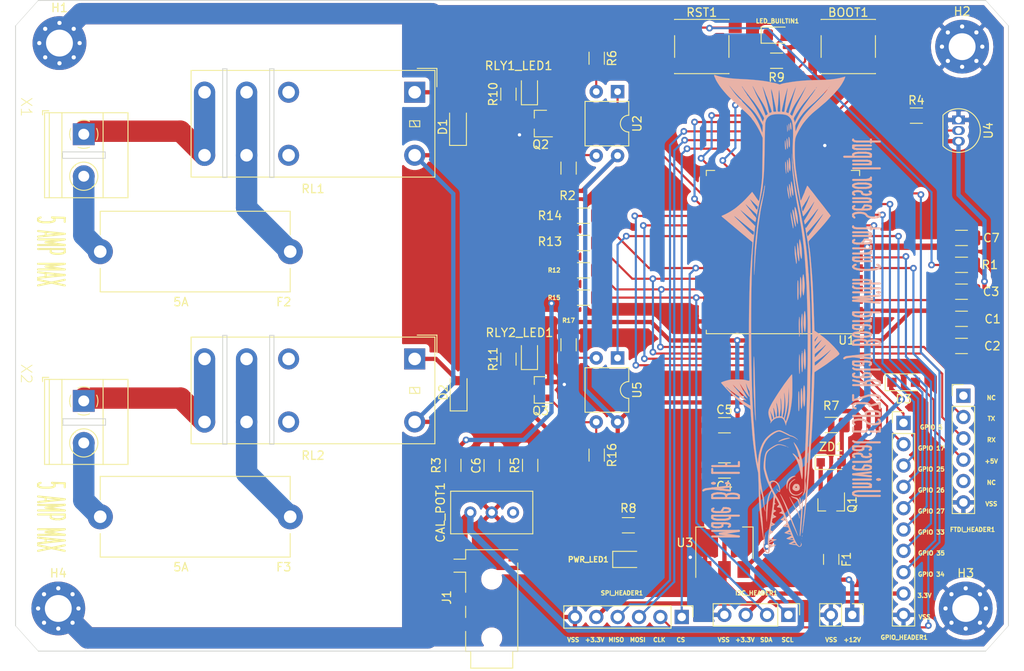
<source format=kicad_pcb>
(kicad_pcb (version 20171130) (host pcbnew "(5.1.10)-1")
  (layers (0 F.Cu signal) (31 B.Cu signal) (34 B.Paste user) (35 F.Paste user) (36 B.SilkS user hide) (37 F.SilkS user hide) (38 B.Mask user) (39 F.Mask user) (44 Edge.Cuts user))
  (net 0 "")
  (net 1 +3V3)
  (net 2 VSS)
  (net 3 "Net-(D1-Pad2)")
  (net 4 +12V)
  (net 5 "Net-(R6-Pad2)")
  (net 6 BOOT)
  (net 7 EN)
  (net 8 Ammeter_ADC)
  (net 9 "Net-(Q2-Pad1)")
  (net 10 "Net-(Q3-Pad1)")
  (net 11 Temp_Sensor_Data)
  (net 12 "Net-(R11-Pad2)")
  (net 13 PRGMR_RX)
  (net 14 PRGMR_TX)
  (net 15 SDA)
  (net 16 SCL)
  (net 17 RELAY1_IN)
  (net 18 RELAY1_OUT)
  (net 19 RELAY2_IN)
  (net 20 RELAY2_OUT)
  (net 21 Relay_2)
  (net 22 Relay_1)
  (net 23 +5V_PRGM_PWR)
  (net 24 "Net-(F1-Pad1)")
  (net 25 ACC_GPIO5_VSPI_CLK)
  (net 26 ACC_GPIO17_UART2_TX)
  (net 27 Built_In_LED)
  (net 28 ACC_GPIO15_CS)
  (net 29 ACC_GPIO13_MOSI)
  (net 30 ACC_GPIO12_MISO)
  (net 31 ACC_GPIO14_CLK)
  (net 32 ACC_GPIO27_ADC2-7_T)
  (net 33 ACC_GPIO26_DAC2_ADC2-9)
  (net 34 ACC_GPIO25_DAC_ADC2-8)
  (net 35 ACC_GPIO33_ADC1-5_T)
  (net 36 ACC_GPIO35_ADC1-7_INPUT_ONLY)
  (net 37 ACC_GPIO34_ADC1-6_INPUT_ONLY)
  (net 38 "Net-(D2-Pad2)")
  (net 39 "Net-(PWR_LED1-Pad1)")
  (net 40 "Net-(Q1-Pad1)")
  (net 41 "Net-(R10-Pad2)")
  (net 42 "Net-(R17-Pad2)")
  (net 43 VCC)
  (net 44 "Net-(F2-Pad1)")
  (net 45 "Net-(F3-Pad1)")
  (net 46 "Net-(LED_BUILTIN1-Pad1)")
  (net 47 S)
  (module Connector_PinHeader_2.54mm:PinHeader_1x02_P2.54mm_Vertical (layer F.Cu) (at 138.9 101.092 270)
    (fp_text reference J6 hide)
    (fp_text value Conn_01x02_Female)
    (pad 2 thru_hole oval (at 0 2.54 270) (size 1.7 1.7) (drill 1) (layers *.Cu *.Mask) (net 2 VSS))
    (pad 1 thru_hole rect (at 0 0 270) (size 1.7 1.7) (drill 1) (layers *.Cu *.Mask) (net 43 VCC))
  )
  (module Diode_SMD:D_SOD-123F (layer F.Cu) (at 92.075 74.6125 90)
    (fp_text reference D2 (at 0 -1.82 90) (layer F.SilkS))
    (fp_text value 1N4007)
    (pad 2 smd rect (at 1.4 0 90) (size 1.1 1.1) (layers F.Cu F.Paste F.Mask) (net 38 "Net-(D2-Pad2)"))
    (pad 1 smd rect (at -1.4 0 90) (size 1.1 1.1) (layers F.Cu F.Paste F.Mask) (net 4 +12V))
  )
  (module Diode_SMD:D_SOD-123F (layer F.Cu) (at 145.0225 73.406)
    (fp_text reference D3 (at 0 2) (layer F.SilkS))
    (fp_text value 1N4007)
    (pad 2 smd rect (at 1.4 0) (size 1.1 1.1) (layers F.Cu F.Paste F.Mask) (net 23 +5V_PRGM_PWR))
    (pad 1 smd rect (at -1.4 0) (size 1.1 1.1) (layers F.Cu F.Paste F.Mask) (net 4 +12V))
  )
  (module Diode_SMD:D_SOD-123F (layer F.Cu) (at 92 43 90)
    (fp_text reference D1 (at 0 -1.82 90) (layer F.SilkS))
    (fp_text value 1N4007)
    (pad 2 smd rect (at 1.4 0 90) (size 1.1 1.1) (layers F.Cu F.Paste F.Mask) (net 3 "Net-(D1-Pad2)"))
    (pad 1 smd rect (at -1.4 0 90) (size 1.1 1.1) (layers F.Cu F.Paste F.Mask) (net 4 +12V))
  )
  (module fish:fish (layer B.Cu) (at 130.302 65.278 90)
    (fp_text reference G*** hide)
    (fp_text value LOGO hide)
  )
  (module Relay_THT:Relay_DPDT_Omron_G2RL (layer F.Cu) (at 86.85 70.6225 180)
    (fp_text reference RL2 (at 12.1 -11.5 180) (layer F.SilkS))
    (fp_text value G2RL-2-ASI-DC12)
    (pad 8 thru_hole oval (at 0 -7.5 270) (size 2.5 2.5) (drill 1.5) (layers *.Cu *.Mask) (net 4 +12V))
    (pad 7 thru_hole oval (at 15 -7.5 270) (size 2.5 2.5) (drill 1.5) (layers *.Cu *.Mask))
    (pad 6 thru_hole oval (at 20 -7.5 270) (size 2.5 2.5) (drill 1.5) (layers *.Cu *.Mask) (net 45 "Net-(F3-Pad1)"))
    (pad 5 thru_hole oval (at 25 -7.5 270) (size 2.5 2.5) (drill 1.5) (layers *.Cu *.Mask) (net 20 RELAY2_OUT))
    (pad 4 thru_hole oval (at 25 0 270) (size 2.5 2.5) (drill 1.5) (layers *.Cu *.Mask) (net 20 RELAY2_OUT))
    (pad 3 thru_hole oval (at 20 0 270) (size 2.5 2.5) (drill 1.5) (layers *.Cu *.Mask) (net 45 "Net-(F3-Pad1)"))
    (pad 2 thru_hole oval (at 15 0 270) (size 2.5 2.5) (drill 1.5) (layers *.Cu *.Mask))
    (pad 1 thru_hole rect (at 0 0 270) (size 2.5 2.5) (drill 1.5) (layers *.Cu *.Mask) (net 38 "Net-(D2-Pad2)"))
  )
  (module Button_Switch_SMD:SW_SPST_PTS645 (layer F.Cu) (at 138.43 33.428)
    (fp_text reference BOOT1 (at 0 -4.05) (layer F.SilkS))
    (fp_text value SW_Push)
    (pad 2 smd rect (at 3.98 2.25) (size 1.55 1.3) (layers F.Cu F.Paste F.Mask) (net 2 VSS))
    (pad 1 smd rect (at 3.98 -2.25) (size 1.55 1.3) (layers F.Cu F.Paste F.Mask) (net 6 BOOT))
    (pad 1 smd rect (at -3.98 -2.25) (size 1.55 1.3) (layers F.Cu F.Paste F.Mask) (net 6 BOOT))
    (pad 2 smd rect (at -3.98 2.25) (size 1.55 1.3) (layers F.Cu F.Paste F.Mask) (net 2 VSS))
  )
  (module Button_Switch_SMD:SW_SPST_PTS645 (layer F.Cu) (at 121 33.428)
    (fp_text reference RST1 (at 0 -4.05) (layer F.SilkS))
    (fp_text value SW_Push)
    (pad 2 smd rect (at 3.98 2.25) (size 1.55 1.3) (layers F.Cu F.Paste F.Mask) (net 2 VSS))
    (pad 1 smd rect (at 3.98 -2.25) (size 1.55 1.3) (layers F.Cu F.Paste F.Mask) (net 7 EN))
    (pad 1 smd rect (at -3.98 -2.25) (size 1.55 1.3) (layers F.Cu F.Paste F.Mask) (net 7 EN))
    (pad 2 smd rect (at -3.98 2.25) (size 1.55 1.3) (layers F.Cu F.Paste F.Mask) (net 2 VSS))
  )
  (module Connector_Audio:Jack_3.5mm_PJ320D_Horizontal (layer F.Cu) (at 96.012 99.06 90)
    (fp_text reference J1 (at 0.05 -5.35 90) (layer F.SilkS))
    (fp_text value AudioJack2)
    (pad "" np_thru_hole circle (at 2.225 0 90) (size 1.5 1.5) (drill 1.5) (layers *.Cu *.Mask))
    (pad "" np_thru_hole circle (at -4.775 0 90) (size 1.5 1.5) (drill 1.5) (layers *.Cu *.Mask))
    (pad R2 smd rect (at -3.175 -3.25 90) (size 1.2 2.5) (layers F.Cu F.Paste F.Mask))
    (pad R1 smd rect (at -0.175 -3.25 90) (size 1.2 2.5) (layers F.Cu F.Paste F.Mask))
    (pad T smd rect (at 3.825 -3.25 90) (size 1.2 2.5) (layers F.Cu F.Paste F.Mask) (net 8 Ammeter_ADC))
    (pad S smd rect (at 4.925 3.25 90) (size 1.2 2.5) (layers F.Cu F.Paste F.Mask) (net 47 S))
  )
  (module MountingHole:MountingHole_3.2mm_M3_Pad_Via (layer F.Cu) (at 44.45 100.33)
    (fp_text reference H4 (at 0 -4.2) (layer F.SilkS))
    (fp_text value MountingHole_Pad)
    (pad 1 thru_hole circle (at 1.697056 -1.697056) (size 0.8 0.8) (drill 0.5) (layers *.Cu *.Mask) (net 2 VSS))
    (pad 1 thru_hole circle (at 0 -2.4) (size 0.8 0.8) (drill 0.5) (layers *.Cu *.Mask) (net 2 VSS))
    (pad 1 thru_hole circle (at -1.697056 -1.697056) (size 0.8 0.8) (drill 0.5) (layers *.Cu *.Mask) (net 2 VSS))
    (pad 1 thru_hole circle (at -2.4 0) (size 0.8 0.8) (drill 0.5) (layers *.Cu *.Mask) (net 2 VSS))
    (pad 1 thru_hole circle (at -1.697056 1.697056) (size 0.8 0.8) (drill 0.5) (layers *.Cu *.Mask) (net 2 VSS))
    (pad 1 thru_hole circle (at 0 2.4) (size 0.8 0.8) (drill 0.5) (layers *.Cu *.Mask) (net 2 VSS))
    (pad 1 thru_hole circle (at 1.697056 1.697056) (size 0.8 0.8) (drill 0.5) (layers *.Cu *.Mask) (net 2 VSS))
    (pad 1 thru_hole circle (at 2.4 0) (size 0.8 0.8) (drill 0.5) (layers *.Cu *.Mask) (net 2 VSS))
    (pad 1 thru_hole circle (at 0 0) (size 6.4 6.4) (drill 3.2) (layers *.Cu *.Mask) (net 2 VSS))
  )
  (module MountingHole:MountingHole_3.2mm_M3_Pad_Via (layer F.Cu) (at 152.4 100.33)
    (fp_text reference H3 (at 0 -4.2) (layer F.SilkS))
    (fp_text value MountingHole_Pad)
    (pad 1 thru_hole circle (at 1.697056 -1.697056) (size 0.8 0.8) (drill 0.5) (layers *.Cu *.Mask) (net 2 VSS))
    (pad 1 thru_hole circle (at 0 -2.4) (size 0.8 0.8) (drill 0.5) (layers *.Cu *.Mask) (net 2 VSS))
    (pad 1 thru_hole circle (at -1.697056 -1.697056) (size 0.8 0.8) (drill 0.5) (layers *.Cu *.Mask) (net 2 VSS))
    (pad 1 thru_hole circle (at -2.4 0) (size 0.8 0.8) (drill 0.5) (layers *.Cu *.Mask) (net 2 VSS))
    (pad 1 thru_hole circle (at -1.697056 1.697056) (size 0.8 0.8) (drill 0.5) (layers *.Cu *.Mask) (net 2 VSS))
    (pad 1 thru_hole circle (at 0 2.4) (size 0.8 0.8) (drill 0.5) (layers *.Cu *.Mask) (net 2 VSS))
    (pad 1 thru_hole circle (at 1.697056 1.697056) (size 0.8 0.8) (drill 0.5) (layers *.Cu *.Mask) (net 2 VSS))
    (pad 1 thru_hole circle (at 2.4 0) (size 0.8 0.8) (drill 0.5) (layers *.Cu *.Mask) (net 2 VSS))
    (pad 1 thru_hole circle (at 0 0) (size 6.4 6.4) (drill 3.2) (layers *.Cu *.Mask) (net 2 VSS))
  )
  (module MountingHole:MountingHole_3.2mm_M3_Pad_Via (layer F.Cu) (at 151.972944 33.447056)
    (fp_text reference H2 (at 0 -4.2) (layer F.SilkS))
    (fp_text value MountingHole_Pad)
    (pad 1 thru_hole circle (at 1.697056 -1.697056) (size 0.8 0.8) (drill 0.5) (layers *.Cu *.Mask) (net 2 VSS))
    (pad 1 thru_hole circle (at 0 -2.4) (size 0.8 0.8) (drill 0.5) (layers *.Cu *.Mask) (net 2 VSS))
    (pad 1 thru_hole circle (at -1.697056 -1.697056) (size 0.8 0.8) (drill 0.5) (layers *.Cu *.Mask) (net 2 VSS))
    (pad 1 thru_hole circle (at -2.4 0) (size 0.8 0.8) (drill 0.5) (layers *.Cu *.Mask) (net 2 VSS))
    (pad 1 thru_hole circle (at -1.697056 1.697056) (size 0.8 0.8) (drill 0.5) (layers *.Cu *.Mask) (net 2 VSS))
    (pad 1 thru_hole circle (at 0 2.4) (size 0.8 0.8) (drill 0.5) (layers *.Cu *.Mask) (net 2 VSS))
    (pad 1 thru_hole circle (at 1.697056 1.697056) (size 0.8 0.8) (drill 0.5) (layers *.Cu *.Mask) (net 2 VSS))
    (pad 1 thru_hole circle (at 2.4 0) (size 0.8 0.8) (drill 0.5) (layers *.Cu *.Mask) (net 2 VSS))
    (pad 1 thru_hole circle (at 0 0) (size 6.4 6.4) (drill 3.2) (layers *.Cu *.Mask) (net 2 VSS))
  )
  (module MountingHole:MountingHole_3.2mm_M3_Pad_Via (layer F.Cu) (at 44.59 33.02)
    (fp_text reference H1 (at 0 -4.2) (layer F.SilkS))
    (fp_text value MountingHole_Pad)
    (pad 1 thru_hole circle (at 1.697056 -1.697056) (size 0.8 0.8) (drill 0.5) (layers *.Cu *.Mask) (net 2 VSS))
    (pad 1 thru_hole circle (at 0 -2.4) (size 0.8 0.8) (drill 0.5) (layers *.Cu *.Mask) (net 2 VSS))
    (pad 1 thru_hole circle (at -1.697056 -1.697056) (size 0.8 0.8) (drill 0.5) (layers *.Cu *.Mask) (net 2 VSS))
    (pad 1 thru_hole circle (at -2.4 0) (size 0.8 0.8) (drill 0.5) (layers *.Cu *.Mask) (net 2 VSS))
    (pad 1 thru_hole circle (at -1.697056 1.697056) (size 0.8 0.8) (drill 0.5) (layers *.Cu *.Mask) (net 2 VSS))
    (pad 1 thru_hole circle (at 0 2.4) (size 0.8 0.8) (drill 0.5) (layers *.Cu *.Mask) (net 2 VSS))
    (pad 1 thru_hole circle (at 1.697056 1.697056) (size 0.8 0.8) (drill 0.5) (layers *.Cu *.Mask) (net 2 VSS))
    (pad 1 thru_hole circle (at 2.4 0) (size 0.8 0.8) (drill 0.5) (layers *.Cu *.Mask) (net 2 VSS))
    (pad 1 thru_hole circle (at 0 0) (size 6.4 6.4) (drill 3.2) (layers *.Cu *.Mask) (net 2 VSS))
  )
  (module Fuse:Fuseholder_Cylinder-5x20mm_Stelvio-Kontek_PTF78_Horizontal_Open (layer F.Cu) (at 72.04 89.408 180)
    (fp_text reference F3 (at 0.77 -6) (layer F.SilkS))
    (fp_text value 5A (at 13 -6) (layer F.SilkS))
    (pad 2 thru_hole circle (at 22.6 0 180) (size 3 3) (drill 1.5) (layers *.Cu *.Mask) (net 19 RELAY2_IN))
    (pad 1 thru_hole circle (at 0 0 180) (size 3 3) (drill 1.5) (layers *.Cu *.Mask) (net 45 "Net-(F3-Pad1)"))
  )
  (module Fuse:Fuseholder_Cylinder-5x20mm_Stelvio-Kontek_PTF78_Horizontal_Open (layer F.Cu) (at 72.04 57.84 180)
    (fp_text reference F2 (at 0.77 -6) (layer F.SilkS))
    (fp_text value 5A (at 13 -6) (layer F.SilkS))
    (pad 1 thru_hole circle (at 0 0 180) (size 3 3) (drill 1.5) (layers *.Cu *.Mask) (net 44 "Net-(F2-Pad1)"))
    (pad 2 thru_hole circle (at 22.6 0 180) (size 3 3) (drill 1.5) (layers *.Cu *.Mask) (net 17 RELAY1_IN))
  )
  (module Diode_SMD:D_SOD-323_HandSoldering (layer F.Cu) (at 136.398 82.933333)
    (fp_text reference ZD1 (at 0 -1.85) (layer F.SilkS))
    (fp_text value 5V)
    (pad 2 smd rect (at 1.25 0) (size 1 1) (layers F.Cu F.Paste F.Mask) (net 40 "Net-(Q1-Pad1)"))
    (pad 1 smd rect (at -1.25 0) (size 1 1) (layers F.Cu F.Paste F.Mask) (net 4 +12V))
  )
  (module Package_DIP:DIP-4_W7.62mm (layer F.Cu) (at 110.985 70.51 270)
    (fp_text reference U5 (at 3.81 -2.33 90) (layer F.SilkS))
    (fp_text value PC817)
    (pad 4 thru_hole oval (at 7.62 0 270) (size 1.6 1.6) (drill 0.8) (layers *.Cu *.Mask) (net 4 +12V))
    (pad 2 thru_hole oval (at 0 2.54 270) (size 1.6 1.6) (drill 0.8) (layers *.Cu *.Mask) (net 42 "Net-(R17-Pad2)"))
    (pad 3 thru_hole oval (at 7.62 2.54 270) (size 1.6 1.6) (drill 0.8) (layers *.Cu *.Mask) (net 10 "Net-(Q3-Pad1)"))
    (pad 1 thru_hole rect (at 0 0 270) (size 1.6 1.6) (drill 0.8) (layers *.Cu *.Mask) (net 21 Relay_2))
  )
  (module LED_SMD:LED_0805_2012Metric_Pad1.15x1.40mm_HandSolder (layer F.Cu) (at 100.5 70.025 90)
    (fp_text reference RLY2_LED1 (at 2.525 -1.186 180) (layer F.SilkS))
    (fp_text value LED)
    (pad 2 smd roundrect (at 1.025 0 90) (size 1.15 1.4) (layers F.Cu F.Paste F.Mask) (roundrect_rratio 0.2173904347826087) (net 12 "Net-(R11-Pad2)"))
    (pad 1 smd roundrect (at -1.025 0 90) (size 1.15 1.4) (layers F.Cu F.Paste F.Mask) (roundrect_rratio 0.2173904347826087) (net 38 "Net-(D2-Pad2)"))
  )
  (module LED_SMD:LED_0805_2012Metric_Pad1.15x1.40mm_HandSolder (layer F.Cu) (at 100.5 38.5 90)
    (fp_text reference RLY1_LED1 (at 2.78125 -1.28125) (layer F.SilkS))
    (fp_text value LED)
    (pad 2 smd roundrect (at 1.025 0 90) (size 1.15 1.4) (layers F.Cu F.Paste F.Mask) (roundrect_rratio 0.2173904347826087) (net 41 "Net-(R10-Pad2)"))
    (pad 1 smd roundrect (at -1.025 0 90) (size 1.15 1.4) (layers F.Cu F.Paste F.Mask) (roundrect_rratio 0.2173904347826087) (net 3 "Net-(D1-Pad2)"))
  )
  (module Resistor_SMD:R_1206_3216Metric_Pad1.30x1.75mm_HandSolder (layer F.Cu) (at 105.156 68.935 270)
    (fp_text reference R17 (at -2.895 0 180) (layer F.SilkS) (effects (font (size 0.508 0.508) (thickness 0.127))))
    (fp_text value 175)
    (pad 2 smd roundrect (at 1.55 0 270) (size 1.3 1.75) (layers F.Cu F.Paste F.Mask) (roundrect_rratio 0.1923069230769231) (net 42 "Net-(R17-Pad2)"))
    (pad 1 smd roundrect (at -1.55 0 270) (size 1.3 1.75) (layers F.Cu F.Paste F.Mask) (roundrect_rratio 0.1923069230769231) (net 2 VSS))
  )
  (module Resistor_SMD:R_1206_3216Metric_Pad1.30x1.75mm_HandSolder (layer F.Cu) (at 108.5 82.068 270)
    (fp_text reference R16 (at 0 -1.82 90) (layer F.SilkS))
    (fp_text value 10k)
    (pad 2 smd roundrect (at 1.55 0 270) (size 1.3 1.75) (layers F.Cu F.Paste F.Mask) (roundrect_rratio 0.1923069230769231) (net 2 VSS))
    (pad 1 smd roundrect (at -1.55 0 270) (size 1.3 1.75) (layers F.Cu F.Paste F.Mask) (roundrect_rratio 0.1923069230769231) (net 10 "Net-(Q3-Pad1)"))
  )
  (module Resistor_SMD:R_1206_3216Metric_Pad1.30x1.75mm_HandSolder (layer F.Cu) (at 98 70.64375 90)
    (fp_text reference R11 (at 0 -1.82 90) (layer F.SilkS))
    (fp_text value 1k)
    (pad 2 smd roundrect (at 1.55 0 90) (size 1.3 1.75) (layers F.Cu F.Paste F.Mask) (roundrect_rratio 0.1923069230769231) (net 12 "Net-(R11-Pad2)"))
    (pad 1 smd roundrect (at -1.55 0 90) (size 1.3 1.75) (layers F.Cu F.Paste F.Mask) (roundrect_rratio 0.1923069230769231) (net 4 +12V))
  )
  (module Resistor_SMD:R_1206_3216Metric_Pad1.30x1.75mm_HandSolder (layer F.Cu) (at 98 39.1 90)
    (fp_text reference R10 (at 0 -1.82 90) (layer F.SilkS))
    (fp_text value 1k)
    (pad 2 smd roundrect (at 1.55 0 90) (size 1.3 1.75) (layers F.Cu F.Paste F.Mask) (roundrect_rratio 0.1923069230769231) (net 41 "Net-(R10-Pad2)"))
    (pad 1 smd roundrect (at -1.55 0 90) (size 1.3 1.75) (layers F.Cu F.Paste F.Mask) (roundrect_rratio 0.1923069230769231) (net 4 +12V))
  )
  (module Package_TO_SOT_SMD:SOT-23 (layer F.Cu) (at 101.836 74.31 180)
    (fp_text reference Q3 (at 0 -2.5) (layer F.SilkS))
    (fp_text value 2N7002K)
    (pad 3 smd rect (at 1 0 180) (size 0.9 0.8) (layers F.Cu F.Paste F.Mask) (net 38 "Net-(D2-Pad2)"))
    (pad 2 smd rect (at -1 0.95 180) (size 0.9 0.8) (layers F.Cu F.Paste F.Mask) (net 2 VSS))
    (pad 1 smd rect (at -1 -0.95 180) (size 0.9 0.8) (layers F.Cu F.Paste F.Mask) (net 10 "Net-(Q3-Pad1)"))
  )
  (module LED_SMD:LED_0805_2012Metric_Pad1.15x1.40mm_HandSolder (layer F.Cu) (at 112.268 94.488)
    (fp_text reference PWR_LED1 (at -4.768 0.012 180) (layer F.SilkS) (effects (font (size 0.635 0.635))))
    (fp_text value LED)
    (pad 2 smd roundrect (at 1.025 0) (size 1.15 1.4) (layers F.Cu F.Paste F.Mask) (roundrect_rratio 0.2173904347826087) (net 1 +3V3))
    (pad 1 smd roundrect (at -1.025 0) (size 1.15 1.4) (layers F.Cu F.Paste F.Mask) (roundrect_rratio 0.2173904347826087) (net 39 "Net-(PWR_LED1-Pad1)"))
  )
  (module TerminalBlock_Phoenix:TerminalBlock_Phoenix_MKDS-1,5-2_1x02_P5.00mm_Horizontal (layer F.Cu) (at 47.48 75.62 270)
    (fp_text reference X2 (at -3.23 6.84 270 unlocked) (layer F.SilkS) (effects (font (size 1.27 1.27) (thickness 0.09525))))
    (fp_text value Screw_Terminal_01x02)
    (pad 2 thru_hole circle (at 5 0 270) (size 2.6 2.6) (drill 1.3) (layers *.Cu *.Mask) (net 19 RELAY2_IN))
    (pad 1 thru_hole rect (at 0 0 270) (size 2.6 2.6) (drill 1.3) (layers *.Cu *.Mask) (net 20 RELAY2_OUT))
  )
  (module TerminalBlock_Phoenix:TerminalBlock_Phoenix_MKDS-1,5-2_1x02_P5.00mm_Horizontal (layer F.Cu) (at 47.48 43.87 270)
    (fp_text reference X1 (at -3.23 6.84 270 unlocked) (layer F.SilkS) (effects (font (size 1.27 1.27) (thickness 0.09525))))
    (fp_text value Screw_Terminal_01x02)
    (pad 2 thru_hole circle (at 5 0 270) (size 2.6 2.6) (drill 1.3) (layers *.Cu *.Mask) (net 17 RELAY1_IN))
    (pad 1 thru_hole rect (at 0 0 270) (size 2.6 2.6) (drill 1.3) (layers *.Cu *.Mask) (net 18 RELAY1_OUT))
  )
  (module Connector_PinHeader_2.54mm:PinHeader_1x10_P2.54mm_Vertical (layer F.Cu) (at 145 78.232)
    (fp_text reference GPIO_HEADER1 (at 0.07464 25.54478 180) (layer F.SilkS) (effects (font (size 0.508 0.508) (thickness 0.127))))
    (fp_text value Conn_01x10_Female)
    (pad 10 thru_hole oval (at 0 22.86) (size 1.7 1.7) (drill 1) (layers *.Cu *.Mask) (net 2 VSS))
    (pad 9 thru_hole oval (at 0 20.32) (size 1.7 1.7) (drill 1) (layers *.Cu *.Mask) (net 1 +3V3))
    (pad 8 thru_hole oval (at 0 17.78) (size 1.7 1.7) (drill 1) (layers *.Cu *.Mask) (net 37 ACC_GPIO34_ADC1-6_INPUT_ONLY))
    (pad 7 thru_hole oval (at 0 15.24) (size 1.7 1.7) (drill 1) (layers *.Cu *.Mask) (net 36 ACC_GPIO35_ADC1-7_INPUT_ONLY))
    (pad 6 thru_hole oval (at 0 12.7) (size 1.7 1.7) (drill 1) (layers *.Cu *.Mask) (net 35 ACC_GPIO33_ADC1-5_T))
    (pad 5 thru_hole oval (at 0 10.16) (size 1.7 1.7) (drill 1) (layers *.Cu *.Mask) (net 32 ACC_GPIO27_ADC2-7_T))
    (pad 4 thru_hole oval (at 0 7.62) (size 1.7 1.7) (drill 1) (layers *.Cu *.Mask) (net 33 ACC_GPIO26_DAC2_ADC2-9))
    (pad 3 thru_hole oval (at 0 5.08) (size 1.7 1.7) (drill 1) (layers *.Cu *.Mask) (net 34 ACC_GPIO25_DAC_ADC2-8))
    (pad 2 thru_hole oval (at 0 2.54) (size 1.7 1.7) (drill 1) (layers *.Cu *.Mask) (net 26 ACC_GPIO17_UART2_TX))
    (pad 1 thru_hole rect (at 0 0) (size 1.7 1.7) (drill 1) (layers *.Cu *.Mask) (net 25 ACC_GPIO5_VSPI_CLK))
  )
  (module Connector_PinHeader_2.54mm:PinHeader_1x04_P2.54mm_Vertical (layer F.Cu) (at 131.308 101.092 270)
    (fp_text reference I2C_HEADER1 (at -2.592 3.808) (layer F.SilkS) (effects (font (size 0.508 0.508) (thickness 0.127))))
    (fp_text value Conn_01x04_Female)
    (pad 1 thru_hole rect (at 0 0 270) (size 1.7 1.7) (drill 1) (layers *.Cu *.Mask) (net 16 SCL))
    (pad 2 thru_hole oval (at 0 2.54 270) (size 1.7 1.7) (drill 1) (layers *.Cu *.Mask) (net 15 SDA))
    (pad 3 thru_hole oval (at 0 5.08 270) (size 1.7 1.7) (drill 1) (layers *.Cu *.Mask) (net 1 +3V3))
    (pad 4 thru_hole oval (at 0 7.62 270) (size 1.7 1.7) (drill 1) (layers *.Cu *.Mask) (net 2 VSS))
  )
  (module Connector_PinHeader_2.54mm:PinHeader_1x06_P2.54mm_Vertical (layer F.Cu) (at 118.618 101.346 270)
    (fp_text reference SPI_HEADER1 (at -2.846 7.118) (layer F.SilkS) (effects (font (size 0.508 0.508) (thickness 0.127))))
    (fp_text value Conn_01x06_Female)
    (pad 1 thru_hole rect (at 0 0 270) (size 1.7 1.7) (drill 1) (layers *.Cu *.Mask) (net 28 ACC_GPIO15_CS))
    (pad 2 thru_hole oval (at 0 2.54 270) (size 1.7 1.7) (drill 1) (layers *.Cu *.Mask) (net 31 ACC_GPIO14_CLK))
    (pad 3 thru_hole oval (at 0 5.08 270) (size 1.7 1.7) (drill 1) (layers *.Cu *.Mask) (net 29 ACC_GPIO13_MOSI))
    (pad 4 thru_hole oval (at 0 7.62 270) (size 1.7 1.7) (drill 1) (layers *.Cu *.Mask) (net 30 ACC_GPIO12_MISO))
    (pad 5 thru_hole oval (at 0 10.16 270) (size 1.7 1.7) (drill 1) (layers *.Cu *.Mask) (net 1 +3V3))
    (pad 6 thru_hole oval (at 0 12.7 270) (size 1.7 1.7) (drill 1) (layers *.Cu *.Mask) (net 2 VSS))
  )
  (module Connector_PinHeader_2.54mm:PinHeader_1x06_P2.54mm_Vertical (layer F.Cu) (at 152.1275 75)
    (fp_text reference FTDI_HEADER1 (at 1.08022 15.94216 180) (layer F.SilkS) (effects (font (size 0.508 0.508) (thickness 0.127))))
    (fp_text value Conn_01x06_Female)
    (pad 6 thru_hole oval (at 0 12.7) (size 1.7 1.7) (drill 1) (layers *.Cu *.Mask) (net 2 VSS))
    (pad 5 thru_hole oval (at 0 10.16) (size 1.7 1.7) (drill 1) (layers *.Cu *.Mask))
    (pad 4 thru_hole oval (at 0 7.62) (size 1.7 1.7) (drill 1) (layers *.Cu *.Mask) (net 23 +5V_PRGM_PWR))
    (pad 3 thru_hole oval (at 0 5.08) (size 1.7 1.7) (drill 1) (layers *.Cu *.Mask) (net 14 PRGMR_TX))
    (pad 2 thru_hole oval (at 0 2.54) (size 1.7 1.7) (drill 1) (layers *.Cu *.Mask) (net 13 PRGMR_RX))
    (pad 1 thru_hole rect (at 0 0) (size 1.7 1.7) (drill 1) (layers *.Cu *.Mask))
  )
  (module Fuse:Fuse_1206_3216Metric_Pad1.42x1.75mm_HandSolder (layer F.Cu) (at 136.398 94.488 270)
    (fp_text reference F1 (at 0 -1.82 90) (layer F.SilkS))
    (fp_text value 1.5A)
    (pad 2 smd roundrect (at 1.4875 0 270) (size 1.425 1.75) (layers F.Cu F.Paste F.Mask) (roundrect_rratio 0.1754385964912281) (net 43 VCC))
    (pad 1 smd roundrect (at -1.4875 0 270) (size 1.425 1.75) (layers F.Cu F.Paste F.Mask) (roundrect_rratio 0.1754385964912281) (net 24 "Net-(F1-Pad1)"))
  )
  (module LED_SMD:LED_0805_2012Metric_Pad1.15x1.40mm_HandSolder (layer F.Cu) (at 129.92375 32.0745)
    (fp_text reference LED_BUILTIN1 (at 0.07625 -1.6745) (layer F.SilkS) (effects (font (size 0.508 0.508) (thickness 0.127))))
    (fp_text value LED)
    (pad 1 smd roundrect (at -1.025 0) (size 1.15 1.4) (layers F.Cu F.Paste F.Mask) (roundrect_rratio 0.2173904347826087) (net 46 "Net-(LED_BUILTIN1-Pad1)"))
    (pad 2 smd roundrect (at 1.025 0) (size 1.15 1.4) (layers F.Cu F.Paste F.Mask) (roundrect_rratio 0.2173904347826087) (net 27 Built_In_LED))
  )
  (module Potentiometer_THT:Potentiometer_Bourns_3296W_Vertical (layer F.Cu) (at 98.552 88.9)
    (fp_text reference CAL_POT1 (at -8.636 0 90) (layer F.SilkS))
    (fp_text value 5k)
    (pad 3 thru_hole circle (at -5.08 0) (size 1.44 1.44) (drill 0.8) (layers *.Cu *.Mask) (net 8 Ammeter_ADC))
    (pad 2 thru_hole circle (at -2.54 0) (size 1.44 1.44) (drill 0.8) (layers *.Cu *.Mask) (net 47 S))
    (pad 1 thru_hole circle (at 0 0) (size 1.44 1.44) (drill 0.8) (layers *.Cu *.Mask))
  )
  (module Package_TO_SOT_THT:TO-92_Inline (layer F.Cu) (at 151.54125 42.164 270)
    (fp_text reference U4 (at 1.27 -3.56 90) (layer F.SilkS))
    (fp_text value DS18B20)
    (pad 2 thru_hole oval (at 1.27 0 270) (size 1.05 1.5) (drill 0.75) (layers *.Cu *.Mask) (net 11 Temp_Sensor_Data))
    (pad 3 thru_hole oval (at 2.54 0 270) (size 1.05 1.5) (drill 0.75) (layers *.Cu *.Mask) (net 1 +3V3))
    (pad 1 thru_hole rect (at 0 0 270) (size 1.05 1.5) (drill 0.75) (layers *.Cu *.Mask) (net 2 VSS))
  )
  (module Package_TO_SOT_SMD:SOT-223-3_TabPin2 (layer F.Cu) (at 123.698 92.538 90)
    (fp_text reference U3 (at 0.038 -4.698 180) (layer F.SilkS))
    (fp_text value AMS1117-3.3)
    (pad 1 smd rect (at -3.15 -2.3 90) (size 2 1.5) (layers F.Cu F.Paste F.Mask) (net 2 VSS))
    (pad 3 smd rect (at -3.15 2.3 90) (size 2 1.5) (layers F.Cu F.Paste F.Mask) (net 4 +12V))
    (pad 2 smd rect (at -3.15 0 90) (size 2 1.5) (layers F.Cu F.Paste F.Mask) (net 1 +3V3))
    (pad 2 smd rect (at 3.15 0 90) (size 2 3.8) (layers F.Cu F.Paste F.Mask) (net 1 +3V3))
  )
  (module Resistor_SMD:R_1206_3216Metric_Pad1.30x1.75mm_HandSolder (layer F.Cu) (at 106.934 63.3228)
    (fp_text reference R15 (at -3.494 0) (layer F.SilkS) (effects (font (size 0.508 0.508) (thickness 0.127))))
    (fp_text value 4.7k)
    (pad 2 smd roundrect (at 1.55 0) (size 1.3 1.75) (layers F.Cu F.Paste F.Mask) (roundrect_rratio 0.1923069230769231) (net 16 SCL))
    (pad 1 smd roundrect (at -1.55 0) (size 1.3 1.75) (layers F.Cu F.Paste F.Mask) (roundrect_rratio 0.1923069230769231) (net 1 +3V3))
  )
  (module Resistor_SMD:R_1206_3216Metric_Pad1.30x1.75mm_HandSolder (layer F.Cu) (at 106.934 53.5692)
    (fp_text reference R14 (at -4 0) (layer F.SilkS))
    (fp_text value 4.7k)
    (pad 2 smd roundrect (at 1.55 0) (size 1.3 1.75) (layers F.Cu F.Paste F.Mask) (roundrect_rratio 0.1923069230769231) (net 15 SDA))
    (pad 1 smd roundrect (at -1.55 0) (size 1.3 1.75) (layers F.Cu F.Paste F.Mask) (roundrect_rratio 0.1923069230769231) (net 1 +3V3))
  )
  (module Resistor_SMD:R_1206_3216Metric_Pad1.30x1.75mm_HandSolder (layer F.Cu) (at 106.934 56.8204)
    (fp_text reference R13 (at -4 -0.166667) (layer F.SilkS))
    (fp_text value 100k)
    (pad 2 smd roundrect (at 1.55 0) (size 1.3 1.75) (layers F.Cu F.Paste F.Mask) (roundrect_rratio 0.1923069230769231) (net 14 PRGMR_TX))
    (pad 1 smd roundrect (at -1.55 0) (size 1.3 1.75) (layers F.Cu F.Paste F.Mask) (roundrect_rratio 0.1923069230769231) (net 1 +3V3))
  )
  (module Resistor_SMD:R_1206_3216Metric_Pad1.30x1.75mm_HandSolder (layer F.Cu) (at 106.934 60.0716)
    (fp_text reference R12 (at -3.494 -0.008) (layer F.SilkS) (effects (font (size 0.508 0.508) (thickness 0.127))))
    (fp_text value 100k)
    (pad 2 smd roundrect (at 1.55 0) (size 1.3 1.75) (layers F.Cu F.Paste F.Mask) (roundrect_rratio 0.1923069230769231) (net 13 PRGMR_RX))
    (pad 1 smd roundrect (at -1.55 0) (size 1.3 1.75) (layers F.Cu F.Paste F.Mask) (roundrect_rratio 0.1923069230769231) (net 1 +3V3))
  )
  (module Resistor_SMD:R_1206_3216Metric_Pad1.30x1.75mm_HandSolder (layer F.Cu) (at 129.90125 35.118916)
    (fp_text reference R9 (at -0.00125 1.981084) (layer F.SilkS))
    (fp_text value 130)
    (pad 2 smd roundrect (at 1.55 0) (size 1.3 1.75) (layers F.Cu F.Paste F.Mask) (roundrect_rratio 0.1923069230769231) (net 2 VSS))
    (pad 1 smd roundrect (at -1.55 0) (size 1.3 1.75) (layers F.Cu F.Paste F.Mask) (roundrect_rratio 0.1923069230769231) (net 46 "Net-(LED_BUILTIN1-Pad1)"))
  )
  (module Resistor_SMD:R_1206_3216Metric_Pad1.30x1.75mm_HandSolder (layer F.Cu) (at 112.268 90.424 180)
    (fp_text reference R8 (at 0 2.032) (layer F.SilkS))
    (fp_text value 130)
    (pad 2 smd roundrect (at 1.55 0 180) (size 1.3 1.75) (layers F.Cu F.Paste F.Mask) (roundrect_rratio 0.1923069230769231) (net 2 VSS))
    (pad 1 smd roundrect (at -1.55 0 180) (size 1.3 1.75) (layers F.Cu F.Paste F.Mask) (roundrect_rratio 0.1923069230769231) (net 39 "Net-(PWR_LED1-Pad1)"))
  )
  (module Resistor_SMD:R_1206_3216Metric_Pad1.30x1.75mm_HandSolder (layer F.Cu) (at 136.398 78.486 180)
    (fp_text reference R7 (at 0 2.286) (layer F.SilkS))
    (fp_text value 1K)
    (pad 2 smd roundrect (at 1.55 0 180) (size 1.3 1.75) (layers F.Cu F.Paste F.Mask) (roundrect_rratio 0.1923069230769231) (net 2 VSS))
    (pad 1 smd roundrect (at -1.55 0 180) (size 1.3 1.75) (layers F.Cu F.Paste F.Mask) (roundrect_rratio 0.1923069230769231) (net 40 "Net-(Q1-Pad1)"))
  )
  (module Resistor_SMD:R_1206_3216Metric_Pad1.30x1.75mm_HandSolder (layer F.Cu) (at 100.584 83.286 90)
    (fp_text reference R5 (at 0 -1.82 90) (layer F.SilkS))
    (fp_text value 10k)
    (pad 2 smd roundrect (at 1.55 0 90) (size 1.3 1.75) (layers F.Cu F.Paste F.Mask) (roundrect_rratio 0.1923069230769231) (net 2 VSS))
    (pad 1 smd roundrect (at -1.55 0 90) (size 1.3 1.75) (layers F.Cu F.Paste F.Mask) (roundrect_rratio 0.1923069230769231) (net 47 S))
  )
  (module Resistor_SMD:R_1206_3216Metric_Pad1.30x1.75mm_HandSolder (layer F.Cu) (at 146.532 41.656)
    (fp_text reference R4 (at 0 -1.82) (layer F.SilkS))
    (fp_text value 4.7k)
    (pad 2 smd roundrect (at 1.55 0) (size 1.3 1.75) (layers F.Cu F.Paste F.Mask) (roundrect_rratio 0.1923069230769231) (net 11 Temp_Sensor_Data))
    (pad 1 smd roundrect (at -1.55 0) (size 1.3 1.75) (layers F.Cu F.Paste F.Mask) (roundrect_rratio 0.1923069230769231) (net 1 +3V3))
  )
  (module Resistor_SMD:R_1206_3216Metric_Pad1.30x1.75mm_HandSolder (layer F.Cu) (at 91.44 83.286 270)
    (fp_text reference R3 (at 0 2.032 90) (layer F.SilkS))
    (fp_text value 10k)
    (pad 2 smd roundrect (at 1.55 0 270) (size 1.3 1.75) (layers F.Cu F.Paste F.Mask) (roundrect_rratio 0.1923069230769231) (net 47 S))
    (pad 1 smd roundrect (at -1.55 0 270) (size 1.3 1.75) (layers F.Cu F.Paste F.Mask) (roundrect_rratio 0.1923069230769231) (net 1 +3V3))
  )
  (module Package_TO_SOT_SMD:SOT-23 (layer F.Cu) (at 101.836 42.6 180)
    (fp_text reference Q2 (at 0 -2.5) (layer F.SilkS))
    (fp_text value 2N7002K)
    (pad 3 smd rect (at 1 0 180) (size 0.9 0.8) (layers F.Cu F.Paste F.Mask) (net 3 "Net-(D1-Pad2)"))
    (pad 2 smd rect (at -1 0.95 180) (size 0.9 0.8) (layers F.Cu F.Paste F.Mask) (net 2 VSS))
    (pad 1 smd rect (at -1 -0.95 180) (size 0.9 0.8) (layers F.Cu F.Paste F.Mask) (net 9 "Net-(Q2-Pad1)"))
  )
  (module Package_TO_SOT_SMD:SOT-23 (layer F.Cu) (at 136.398 87.960666 270)
    (fp_text reference Q1 (at 0 -2.5 90) (layer F.SilkS))
    (fp_text value FDN340P)
    (pad 3 smd rect (at 1 0 270) (size 0.9 0.8) (layers F.Cu F.Paste F.Mask) (net 24 "Net-(F1-Pad1)"))
    (pad 2 smd rect (at -1 0.95 270) (size 0.9 0.8) (layers F.Cu F.Paste F.Mask) (net 4 +12V))
    (pad 1 smd rect (at -1 -0.95 270) (size 0.9 0.8) (layers F.Cu F.Paste F.Mask) (net 40 "Net-(Q1-Pad1)"))
  )
  (module Capacitor_SMD:C_1206_3216Metric_Pad1.33x1.80mm_HandSolder (layer F.Cu) (at 151.90125 56.218332)
    (fp_text reference C7 (at 3.556 0) (layer F.SilkS))
    (fp_text value 0.1uF)
    (pad 1 smd roundrect (at -1.5625 0) (size 1.325 1.8) (layers F.Cu F.Paste F.Mask) (roundrect_rratio 0.1886777358490566) (net 8 Ammeter_ADC))
    (pad 2 smd roundrect (at 1.5625 0) (size 1.325 1.8) (layers F.Cu F.Paste F.Mask) (roundrect_rratio 0.1886777358490566) (net 2 VSS))
  )
  (module Capacitor_SMD:C_1206_3216Metric_Pad1.33x1.80mm_HandSolder (layer F.Cu) (at 96.012 83.312 90)
    (fp_text reference C6 (at 0 -1.85 90) (layer F.SilkS))
    (fp_text value 10uF)
    (pad 2 smd roundrect (at 1.5625 0 90) (size 1.325 1.8) (layers F.Cu F.Paste F.Mask) (roundrect_rratio 0.1886777358490566) (net 2 VSS))
    (pad 1 smd roundrect (at -1.5625 0 90) (size 1.325 1.8) (layers F.Cu F.Paste F.Mask) (roundrect_rratio 0.1886777358490566) (net 47 S))
  )
  (module Capacitor_SMD:C_1206_3216Metric_Pad1.33x1.80mm_HandSolder (layer F.Cu) (at 123.698 78.516)
    (fp_text reference C5 (at 0 -1.85 180) (layer F.SilkS))
    (fp_text value "22 uF")
    (pad 2 smd roundrect (at 1.5625 0) (size 1.325 1.8) (layers F.Cu F.Paste F.Mask) (roundrect_rratio 0.1886777358490566) (net 1 +3V3))
    (pad 1 smd roundrect (at -1.5625 0) (size 1.325 1.8) (layers F.Cu F.Paste F.Mask) (roundrect_rratio 0.1886777358490566) (net 2 VSS))
  )
  (module Capacitor_SMD:C_1206_3216Metric_Pad1.33x1.80mm_HandSolder (layer F.Cu) (at 123.698 83.902 180)
    (fp_text reference C4 (at 0 -1.85 180) (layer F.SilkS))
    (fp_text value .1uF)
    (pad 2 smd roundrect (at 1.5625 0 180) (size 1.325 1.8) (layers F.Cu F.Paste F.Mask) (roundrect_rratio 0.1886777358490566) (net 2 VSS))
    (pad 1 smd roundrect (at -1.5625 0 180) (size 1.325 1.8) (layers F.Cu F.Paste F.Mask) (roundrect_rratio 0.1886777358490566) (net 1 +3V3))
  )
  (module Package_DIP:DIP-4_W7.62mm (layer F.Cu) (at 110.985 38.8 270)
    (fp_text reference U2 (at 3.81 -2.33 90) (layer F.SilkS))
    (fp_text value PC817)
    (pad 4 thru_hole oval (at 7.62 0 270) (size 1.6 1.6) (drill 0.8) (layers *.Cu *.Mask) (net 4 +12V))
    (pad 2 thru_hole oval (at 0 2.54 270) (size 1.6 1.6) (drill 0.8) (layers *.Cu *.Mask) (net 5 "Net-(R6-Pad2)"))
    (pad 3 thru_hole oval (at 7.62 2.54 270) (size 1.6 1.6) (drill 0.8) (layers *.Cu *.Mask) (net 9 "Net-(Q2-Pad1)"))
    (pad 1 thru_hole rect (at 0 0 270) (size 1.6 1.6) (drill 0.8) (layers *.Cu *.Mask) (net 22 Relay_1))
  )
  (module RF_Module:ESP32-WROOM-32U (layer F.Cu) (at 130.66 57.9 180)
    (fp_text reference U1 (at -7.58 -10.5 180) (layer F.SilkS))
    (fp_text value ESP32-WROOM-32U)
    (pad 38 smd rect (at 8.5 -8.255 180) (size 2 0.9) (layers F.Cu F.Paste F.Mask) (net 2 VSS))
    (pad 37 smd rect (at 8.5 -6.985 180) (size 2 0.9) (layers F.Cu F.Paste F.Mask))
    (pad 36 smd rect (at 8.5 -5.715 180) (size 2 0.9) (layers F.Cu F.Paste F.Mask) (net 16 SCL))
    (pad 35 smd rect (at 8.5 -4.445 180) (size 2 0.9) (layers F.Cu F.Paste F.Mask) (net 13 PRGMR_RX))
    (pad 34 smd rect (at 8.5 -3.175 180) (size 2 0.9) (layers F.Cu F.Paste F.Mask) (net 14 PRGMR_TX))
    (pad 33 smd rect (at 8.5 -1.905 180) (size 2 0.9) (layers F.Cu F.Paste F.Mask) (net 15 SDA))
    (pad 32 smd rect (at 8.5 -0.635 180) (size 2 0.9) (layers F.Cu F.Paste F.Mask))
    (pad 31 smd rect (at 8.5 0.635 180) (size 2 0.9) (layers F.Cu F.Paste F.Mask))
    (pad 30 smd rect (at 8.5 1.905 180) (size 2 0.9) (layers F.Cu F.Paste F.Mask) (net 21 Relay_2))
    (pad 29 smd rect (at 8.5 3.175 180) (size 2 0.9) (layers F.Cu F.Paste F.Mask) (net 25 ACC_GPIO5_VSPI_CLK))
    (pad 28 smd rect (at 8.5 4.445 180) (size 2 0.9) (layers F.Cu F.Paste F.Mask) (net 26 ACC_GPIO17_UART2_TX))
    (pad 27 smd rect (at 8.5 5.715 180) (size 2 0.9) (layers F.Cu F.Paste F.Mask) (net 11 Temp_Sensor_Data))
    (pad 26 smd rect (at 8.5 6.985 180) (size 2 0.9) (layers F.Cu F.Paste F.Mask) (net 22 Relay_1))
    (pad 25 smd rect (at 8.5 8.255 180) (size 2 0.9) (layers F.Cu F.Paste F.Mask) (net 6 BOOT))
    (pad 24 smd rect (at 5.715 9.255 270) (size 2 0.9) (layers F.Cu F.Paste F.Mask) (net 27 Built_In_LED))
    (pad 23 smd rect (at 4.445 9.255 270) (size 2 0.9) (layers F.Cu F.Paste F.Mask) (net 28 ACC_GPIO15_CS))
    (pad 22 smd rect (at 3.175 9.255 270) (size 2 0.9) (layers F.Cu F.Paste F.Mask))
    (pad 21 smd rect (at 1.905 9.255 270) (size 2 0.9) (layers F.Cu F.Paste F.Mask))
    (pad 20 smd rect (at 0.635 9.255 270) (size 2 0.9) (layers F.Cu F.Paste F.Mask))
    (pad 19 smd rect (at -0.635 9.255 270) (size 2 0.9) (layers F.Cu F.Paste F.Mask))
    (pad 18 smd rect (at -1.905 9.255 270) (size 2 0.9) (layers F.Cu F.Paste F.Mask))
    (pad 17 smd rect (at -3.175 9.255 270) (size 2 0.9) (layers F.Cu F.Paste F.Mask))
    (pad 16 smd rect (at -4.445 9.255 270) (size 2 0.9) (layers F.Cu F.Paste F.Mask) (net 29 ACC_GPIO13_MOSI))
    (pad 15 smd rect (at -5.715 9.255 90) (size 2 0.9) (layers F.Cu F.Paste F.Mask) (net 2 VSS))
    (pad 14 smd rect (at -8.5 8.255 180) (size 2 0.9) (layers F.Cu F.Paste F.Mask) (net 30 ACC_GPIO12_MISO))
    (pad 13 smd rect (at -8.5 6.985 180) (size 2 0.9) (layers F.Cu F.Paste F.Mask) (net 31 ACC_GPIO14_CLK))
    (pad 12 smd rect (at -8.5 5.715 180) (size 2 0.9) (layers F.Cu F.Paste F.Mask) (net 32 ACC_GPIO27_ADC2-7_T))
    (pad 11 smd rect (at -8.5 4.445 180) (size 2 0.9) (layers F.Cu F.Paste F.Mask) (net 33 ACC_GPIO26_DAC2_ADC2-9))
    (pad 10 smd rect (at -8.5 3.175 180) (size 2 0.9) (layers F.Cu F.Paste F.Mask) (net 34 ACC_GPIO25_DAC_ADC2-8))
    (pad 9 smd rect (at -8.5 1.905 180) (size 2 0.9) (layers F.Cu F.Paste F.Mask) (net 35 ACC_GPIO33_ADC1-5_T))
    (pad 8 smd rect (at -8.5 0.635 180) (size 2 0.9) (layers F.Cu F.Paste F.Mask) (net 8 Ammeter_ADC))
    (pad 7 smd rect (at -8.5 -0.635 180) (size 2 0.9) (layers F.Cu F.Paste F.Mask) (net 36 ACC_GPIO35_ADC1-7_INPUT_ONLY))
    (pad 6 smd rect (at -8.5 -1.905 180) (size 2 0.9) (layers F.Cu F.Paste F.Mask) (net 37 ACC_GPIO34_ADC1-6_INPUT_ONLY))
    (pad 5 smd rect (at -8.5 -3.175 180) (size 2 0.9) (layers F.Cu F.Paste F.Mask))
    (pad 4 smd rect (at -8.5 -4.445 180) (size 2 0.9) (layers F.Cu F.Paste F.Mask))
    (pad 3 smd rect (at -8.5 -5.715 180) (size 2 0.9) (layers F.Cu F.Paste F.Mask) (net 7 EN))
    (pad 2 smd rect (at -8.5 -6.985 180) (size 2 0.9) (layers F.Cu F.Paste F.Mask) (net 1 +3V3))
    (pad 1 smd rect (at -8.5 -8.255 180) (size 2 0.9) (layers F.Cu F.Paste F.Mask) (net 2 VSS))
    (pad 39 smd rect (at -1 -0.755 180) (size 5 5) (layers F.Cu F.Paste F.Mask) (net 2 VSS))
  )
  (module Relay_THT:Relay_DPDT_Omron_G2RL (layer F.Cu) (at 86.85 38.8725 180)
    (fp_text reference RL1 (at 12.1 -11.5 180) (layer F.SilkS))
    (fp_text value G2RL-2-ASI-DC12)
    (pad 8 thru_hole oval (at 0 -7.5 270) (size 2.5 2.5) (drill 1.5) (layers *.Cu *.Mask) (net 4 +12V))
    (pad 7 thru_hole oval (at 15 -7.5 270) (size 2.5 2.5) (drill 1.5) (layers *.Cu *.Mask))
    (pad 6 thru_hole oval (at 20 -7.5 270) (size 2.5 2.5) (drill 1.5) (layers *.Cu *.Mask) (net 44 "Net-(F2-Pad1)"))
    (pad 5 thru_hole oval (at 25 -7.5 270) (size 2.5 2.5) (drill 1.5) (layers *.Cu *.Mask) (net 18 RELAY1_OUT))
    (pad 4 thru_hole oval (at 25 0 270) (size 2.5 2.5) (drill 1.5) (layers *.Cu *.Mask) (net 18 RELAY1_OUT))
    (pad 3 thru_hole oval (at 20 0 270) (size 2.5 2.5) (drill 1.5) (layers *.Cu *.Mask) (net 44 "Net-(F2-Pad1)"))
    (pad 2 thru_hole oval (at 15 0 270) (size 2.5 2.5) (drill 1.5) (layers *.Cu *.Mask))
    (pad 1 thru_hole rect (at 0 0 270) (size 2.5 2.5) (drill 1.5) (layers *.Cu *.Mask) (net 3 "Net-(D1-Pad2)"))
  )
  (module Resistor_SMD:R_1206_3216Metric_Pad1.30x1.75mm_HandSolder (layer F.Cu) (at 108.5 34.824 270)
    (fp_text reference R6 (at 0 -1.82 90) (layer F.SilkS))
    (fp_text value 175)
    (pad 2 smd roundrect (at 1.55 0 270) (size 1.3 1.75) (layers F.Cu F.Paste F.Mask) (roundrect_rratio 0.1923069230769231) (net 5 "Net-(R6-Pad2)"))
    (pad 1 smd roundrect (at -1.55 0 270) (size 1.3 1.75) (layers F.Cu F.Paste F.Mask) (roundrect_rratio 0.1923069230769231) (net 2 VSS))
  )
  (module Resistor_SMD:R_1206_3216Metric_Pad1.30x1.75mm_HandSolder (layer F.Cu) (at 105.156 47.905 270)
    (fp_text reference R2 (at 3.276 0.127 180) (layer F.SilkS))
    (fp_text value 10k)
    (pad 2 smd roundrect (at 1.55 0 270) (size 1.3 1.75) (layers F.Cu F.Paste F.Mask) (roundrect_rratio 0.1923069230769231) (net 2 VSS))
    (pad 1 smd roundrect (at -1.55 0 270) (size 1.3 1.75) (layers F.Cu F.Paste F.Mask) (roundrect_rratio 0.1923069230769231) (net 9 "Net-(Q2-Pad1)"))
  )
  (module Resistor_SMD:R_1206_3216Metric_Pad1.30x1.75mm_HandSolder (layer F.Cu) (at 151.90125 59.417748 180)
    (fp_text reference R1 (at -3.3695 0) (layer F.SilkS))
    (fp_text value 10k)
    (pad 1 smd roundrect (at -1.55 0 180) (size 1.3 1.75) (layers F.Cu F.Paste F.Mask) (roundrect_rratio 0.1923069230769231) (net 1 +3V3))
    (pad 2 smd roundrect (at 1.55 0 180) (size 1.3 1.75) (layers F.Cu F.Paste F.Mask) (roundrect_rratio 0.1923069230769231) (net 7 EN))
  )
  (module Capacitor_SMD:C_1206_3216Metric_Pad1.33x1.80mm_HandSolder (layer F.Cu) (at 151.90125 62.617164)
    (fp_text reference C3 (at 3.5175 0) (layer F.SilkS))
    (fp_text value "1 uF")
    (pad 1 smd roundrect (at -1.5625 0) (size 1.325 1.8) (layers F.Cu F.Paste F.Mask) (roundrect_rratio 0.1886777358490566) (net 7 EN))
    (pad 2 smd roundrect (at 1.5625 0) (size 1.325 1.8) (layers F.Cu F.Paste F.Mask) (roundrect_rratio 0.1886777358490566) (net 2 VSS))
  )
  (module Capacitor_SMD:C_1206_3216Metric_Pad1.33x1.80mm_HandSolder (layer F.Cu) (at 151.90125 69.076 180)
    (fp_text reference C2 (at -3.6675 -0.012) (layer F.SilkS))
    (fp_text value .1uF)
    (pad 1 smd roundrect (at -1.5625 0 180) (size 1.325 1.8) (layers F.Cu F.Paste F.Mask) (roundrect_rratio 0.1886777358490566) (net 2 VSS))
    (pad 2 smd roundrect (at 1.5625 0 180) (size 1.325 1.8) (layers F.Cu F.Paste F.Mask) (roundrect_rratio 0.1886777358490566) (net 1 +3V3))
  )
  (module Capacitor_SMD:C_1206_3216Metric_Pad1.33x1.80mm_HandSolder (layer F.Cu) (at 151.90125 65.84658 180)
    (fp_text reference C1 (at -3.706 -0.027) (layer F.SilkS))
    (fp_text value "10 uF")
    (pad 1 smd roundrect (at -1.5625 0 180) (size 1.325 1.8) (layers F.Cu F.Paste F.Mask) (roundrect_rratio 0.1886777358490566) (net 2 VSS))
    (pad 2 smd roundrect (at 1.5625 0 180) (size 1.325 1.8) (layers F.Cu F.Paste F.Mask) (roundrect_rratio 0.1886777358490566) (net 1 +3V3))
  )
  (gr_text "5 AMP MAX" (at 43.5 89.4 -90) (layer F.SilkS) (effects (font (size 3.175 1) (thickness 0.25))))
  (gr_text "5 AMP MAX" (at 43.5 57.8 -90) (layer F.SilkS) (effects (font (size 3.175 1) (thickness 0.25))))
  (gr_text VSS (at 105.704 104.062) (layer F.SilkS) (effects (font (size 0.508 0.508) (thickness 0.127))))
  (gr_text +3.3V (at 108.264 104.062) (layer F.SilkS) (effects (font (size 0.508 0.508) (thickness 0.127))))
  (gr_text MISO (at 110.824 104.062) (layer F.SilkS) (effects (font (size 0.508 0.508) (thickness 0.127))))
  (gr_text MOSI (at 113.384 104.062) (layer F.SilkS) (effects (font (size 0.508 0.508) (thickness 0.127))))
  (gr_text CLK (at 115.944 104.062) (layer F.SilkS) (effects (font (size 0.508 0.508) (thickness 0.127))))
  (gr_text CS (at 118.504 104.062) (layer F.SilkS) (effects (font (size 0.508 0.508) (thickness 0.127))))
  (gr_text VSS (at 123.604 104.062) (layer F.SilkS) (effects (font (size 0.508 0.508) (thickness 0.127))))
  (gr_text +3.3V (at 126.137333 104.062) (layer F.SilkS) (effects (font (size 0.508 0.508) (thickness 0.127))))
  (gr_text SDA (at 128.670666 104.062) (layer F.SilkS) (effects (font (size 0.508 0.508) (thickness 0.127))))
  (gr_text SCL (at 131.204 104.062) (layer F.SilkS) (effects (font (size 0.508 0.508) (thickness 0.127))))
  (gr_text +12V (at 138.9 104.062) (layer F.SilkS) (effects (font (size 0.508 0.508) (thickness 0.127))))
  (gr_text VSS (at 136.4 104.062) (layer F.SilkS) (effects (font (size 0.508 0.508) (thickness 0.127))))
  (gr_text "GPIO 5" (at 148.302 78.754) (layer F.SilkS) (effects (font (size 0.508 0.508) (thickness 0.127))))
  (gr_text "GPIO 17" (at 148.302 81.254) (layer F.SilkS) (effects (font (size 0.508 0.508) (thickness 0.127))))
  (gr_text "GPIO 25" (at 148.302 83.754) (layer F.SilkS) (effects (font (size 0.508 0.508) (thickness 0.127))))
  (gr_text "GPIO 26" (at 148.302 86.254) (layer F.SilkS) (effects (font (size 0.508 0.508) (thickness 0.127))))
  (gr_text "GPIO 27" (at 148.302 88.754) (layer F.SilkS) (effects (font (size 0.508 0.508) (thickness 0.127))))
  (gr_text "GPIO 33" (at 148.302 91.254) (layer F.SilkS) (effects (font (size 0.508 0.508) (thickness 0.127))))
  (gr_text "GPIO 35" (at 148.32584 93.74632) (layer F.SilkS) (effects (font (size 0.508 0.508) (thickness 0.127))))
  (gr_text "GPIO 34" (at 148.30044 96.266) (layer F.SilkS) (effects (font (size 0.508 0.508) (thickness 0.127))))
  (gr_text 3.3V (at 147.5 98.7933) (layer F.SilkS) (effects (font (size 0.508 0.508) (thickness 0.127))))
  (gr_text VSS (at 147.5 101.34854) (layer F.SilkS) (effects (font (size 0.508 0.508) (thickness 0.127))))
  (gr_text NC (at 155.44038 75.25004) (layer F.SilkS) (effects (font (size 0.508 0.508) (thickness 0.127))))
  (gr_text TX (at 155.448 77.724) (layer F.SilkS) (effects (font (size 0.508 0.508) (thickness 0.127))))
  (gr_text RX (at 155.448 80.264) (layer F.SilkS) (effects (font (size 0.508 0.508) (thickness 0.127))))
  (gr_text +5V (at 155.448 82.804) (layer F.SilkS) (effects (font (size 0.508 0.508) (thickness 0.127))))
  (gr_text NC (at 155.448 85.344) (layer F.SilkS) (effects (font (size 0.508 0.508) (thickness 0.127))))
  (gr_text VSS (at 155.448 87.884) (layer F.SilkS) (effects (font (size 0.508 0.508) (thickness 0.127))))
  (gr_text "Made By: LF" (at 123.698 87.376 -90) (layer B.SilkS) (effects (font (size 3.175 1) (thickness 0.25)) (justify mirror)))
  (gr_text "Universal ESP32 Relay Board With Current Sensor Input" (at 140.462 65.786 -90) (layer B.SilkS) (effects (font (size 3.175 1) (thickness 0.25)) (justify mirror)))
  (gr_line (start 69.596 49.022) (end 69.596 36.068) (layer Edge.Cuts) (width 0.1))
  (gr_line (start 70.104 36.068) (end 70.104 49.022) (layer Edge.Cuts) (width 0.1))
  (gr_line (start 70.104 49.022) (end 69.596 49.022) (layer Edge.Cuts) (width 0.1))
  (gr_line (start 69.596 36.068) (end 70.104 36.068) (layer Edge.Cuts) (width 0.1))
  (gr_line (start 69.596 80.772) (end 69.596 67.818) (layer Edge.Cuts) (width 0.1))
  (gr_line (start 70.104 67.818) (end 70.104 80.772) (layer Edge.Cuts) (width 0.1))
  (gr_line (start 70.104 80.772) (end 69.596 80.772) (layer Edge.Cuts) (width 0.1))
  (gr_line (start 69.596 67.818) (end 70.104 67.818) (layer Edge.Cuts) (width 0.1))
  (gr_line (start 64.008 80.772) (end 64.008 67.818) (layer Edge.Cuts) (width 0.1))
  (gr_line (start 64.516 67.818) (end 64.516 80.772) (layer Edge.Cuts) (width 0.1))
  (gr_line (start 64.516 80.772) (end 64.008 80.772) (layer Edge.Cuts) (width 0.1))
  (gr_line (start 64.008 67.818) (end 64.516 67.818) (layer Edge.Cuts) (width 0.1))
  (gr_line (start 64.516 36.068) (end 64.516 49.022) (layer Edge.Cuts) (width 0.1))
  (gr_line (start 64.008 36.068) (end 64.516 36.068) (layer Edge.Cuts) (width 0.1))
  (gr_line (start 64.008 49.022) (end 64.008 36.068) (layer Edge.Cuts) (width 0.1))
  (gr_line (start 64.516 49.022) (end 64.008 49.022) (layer Edge.Cuts) (width 0.1))
  (gr_line (start 39.37 102.39375) (end 42.06875 105.41) (layer Edge.Cuts) (width 0.05))
  (gr_line (start 154.78125 105.41) (end 157.48 102.39375) (layer Edge.Cuts) (width 0.05))
  (gr_line (start 154.78125 27.94) (end 157.48 30.95625) (layer Edge.Cuts) (width 0.05))
  (gr_line (start 39.37 30.95625) (end 42.06875 27.94) (layer Edge.Cuts) (width 0.05))
  (gr_line (start 44.996 77.748) (end 50.076 77.748) (layer Edge.Cuts) (width 0.1))
  (gr_line (start 44.996 78.51) (end 44.996 77.748) (layer Edge.Cuts) (width 0.1))
  (gr_line (start 50.076 78.51) (end 44.996 78.51) (layer Edge.Cuts) (width 0.1))
  (gr_line (start 50.076 77.748) (end 50.076 78.51) (layer Edge.Cuts) (width 0.1))
  (gr_line (start 50.038 45.974) (end 50.038 46.736) (layer Edge.Cuts) (width 0.1))
  (gr_line (start 44.958 45.974) (end 50.038 45.974) (layer Edge.Cuts) (width 0.1))
  (gr_line (start 44.958 46.736) (end 44.958 45.974) (layer Edge.Cuts) (width 0.1))
  (gr_line (start 50.038 46.736) (end 44.958 46.736) (layer Edge.Cuts) (width 0.1))
  (gr_line (start 157.48 30.95625) (end 157.48 102.39375) (layer Edge.Cuts) (width 0.1))
  (gr_line (start 42.06875 27.94) (end 154.78125 27.94) (layer Edge.Cuts) (width 0.1))
  (gr_line (start 39.37 102.39375) (end 39.37 30.95625) (layer Edge.Cuts) (width 0.1))
  (gr_line (start 154.78125 105.41) (end 42.06875 105.41) (layer Edge.Cuts) (width 0.1))
  (segment (start 128.768 98.552) (end 145 98.552) (width 0.508) (layer F.Cu) (net 1))
  (segment (start 126.228 101.092) (end 128.768 98.552) (width 0.508) (layer F.Cu) (net 1))
  (segment (start 127.586001 99.733999) (end 128.768 98.552) (width 0.508) (layer F.Cu) (net 1))
  (segment (start 110.070001 99.733999) (end 127.586001 99.733999) (width 0.508) (layer F.Cu) (net 1))
  (segment (start 149.37717 64.885) (end 150.33875 65.84658) (width 0.508) (layer F.Cu) (net 1))
  (segment (start 150.33875 65.84658) (end 150.33875 69.076) (width 0.508) (layer F.Cu) (net 1))
  (segment (start 154.19023 64.43857) (end 151.74676 64.43857) (width 0.508) (layer F.Cu) (net 1))
  (segment (start 151.74676 64.43857) (end 150.33875 65.84658) (width 0.508) (layer F.Cu) (net 1))
  (segment (start 154.63426 63.99454) (end 154.19023 64.43857) (width 0.508) (layer F.Cu) (net 1))
  (segment (start 153.45125 59.417748) (end 154.63426 60.600758) (width 0.508) (layer F.Cu) (net 1))
  (via (at 154.63426 61.39274) (size 0.8) (drill 0.4) (layers F.Cu B.Cu) (net 1))
  (segment (start 154.63426 54.17726) (end 154.63426 61.39274) (width 0.508) (layer B.Cu) (net 1))
  (segment (start 154.63426 61.39274) (end 154.63426 63.99454) (width 0.508) (layer F.Cu) (net 1))
  (segment (start 154.63426 60.600758) (end 154.63426 61.39274) (width 0.508) (layer F.Cu) (net 1))
  (via (at 103.124 64.008) (size 0.8) (drill 0.4) (layers F.Cu B.Cu) (net 1))
  (via (at 92.964 80.264) (size 0.8) (drill 0.4) (layers F.Cu B.Cu) (net 1))
  (segment (start 91.492 81.736) (end 92.964 80.264) (width 0.508) (layer F.Cu) (net 1))
  (segment (start 91.44 81.736) (end 91.492 81.736) (width 0.508) (layer F.Cu) (net 1))
  (segment (start 92.964 80.264) (end 99.822 80.264) (width 0.508) (layer B.Cu) (net 1))
  (segment (start 103.124 76.962) (end 103.124 73.66) (width 0.508) (layer B.Cu) (net 1))
  (segment (start 99.822 80.264) (end 103.124 76.962) (width 0.508) (layer B.Cu) (net 1))
  (segment (start 103.124 64.008) (end 103.124 73.66) (width 0.508) (layer B.Cu) (net 1))
  (segment (start 151.54125 51.08425) (end 153.8605 53.4035) (width 0.508) (layer B.Cu) (net 1))
  (segment (start 151.54125 44.704) (end 151.54125 51.08425) (width 0.508) (layer B.Cu) (net 1))
  (segment (start 153.8605 53.4035) (end 154.63426 54.17726) (width 0.508) (layer B.Cu) (net 1))
  (segment (start 148.03 44.704) (end 144.982 41.656) (width 0.508) (layer F.Cu) (net 1))
  (segment (start 151.54125 44.704) (end 148.03 44.704) (width 0.508) (layer F.Cu) (net 1))
  (segment (start 123.698 95.688) (end 123.698 89.388) (width 0.508) (layer F.Cu) (net 1))
  (segment (start 123.698 85.4645) (end 125.2605 83.902) (width 0.508) (layer F.Cu) (net 1))
  (segment (start 123.698 89.388) (end 123.698 85.4645) (width 0.508) (layer F.Cu) (net 1))
  (segment (start 125.2605 83.902) (end 125.2605 78.516) (width 0.508) (layer F.Cu) (net 1))
  (via (at 125.222 76.708) (size 0.8) (drill 0.4) (layers F.Cu B.Cu) (net 1))
  (segment (start 125.2605 76.7465) (end 125.222 76.708) (width 0.508) (layer F.Cu) (net 1))
  (segment (start 125.2605 78.516) (end 125.2605 76.7465) (width 0.508) (layer F.Cu) (net 1))
  (via (at 125.222 68.419) (size 0.8) (drill 0.4) (layers F.Cu B.Cu) (net 1))
  (segment (start 125.222 76.708) (end 125.222 68.419) (width 0.508) (layer B.Cu) (net 1))
  (segment (start 125.222 68.419) (end 142.401 68.419) (width 0.508) (layer F.Cu) (net 1))
  (segment (start 145.935 64.885) (end 147.689 64.885) (width 0.508) (layer F.Cu) (net 1))
  (segment (start 142.401 68.419) (end 145.935 64.885) (width 0.508) (layer F.Cu) (net 1))
  (segment (start 147.689 64.885) (end 149.37717 64.885) (width 0.508) (layer F.Cu) (net 1))
  (segment (start 139.16 64.885) (end 147.689 64.885) (width 0.508) (layer F.Cu) (net 1))
  (segment (start 125.222 68.419) (end 117.187 68.419) (width 0.508) (layer F.Cu) (net 1))
  (segment (start 105.34299 66.22699) (end 103.124 64.008) (width 0.508) (layer F.Cu) (net 1))
  (segment (start 114.99499 66.22699) (end 105.34299 66.22699) (width 0.508) (layer F.Cu) (net 1))
  (segment (start 117.187 68.419) (end 114.99499 66.22699) (width 0.508) (layer F.Cu) (net 1))
  (segment (start 126.235999 99.733999) (end 127.586001 99.733999) (width 0.508) (layer F.Cu) (net 1))
  (segment (start 123.698 97.196) (end 126.235999 99.733999) (width 0.508) (layer F.Cu) (net 1))
  (segment (start 123.698 95.688) (end 123.698 97.196) (width 0.508) (layer F.Cu) (net 1))
  (segment (start 113.293 94.488) (end 113.293 96.511) (width 0.508) (layer F.Cu) (net 1))
  (segment (start 108.458 101.346) (end 110.070001 99.733999) (width 0.508) (layer F.Cu) (net 1))
  (segment (start 113.293 96.511) (end 108.458 101.346) (width 0.508) (layer F.Cu) (net 1))
  (segment (start 47.95599 103.83599) (end 88.392 103.83599) (width 2.54) (layer B.Cu) (net 2))
  (segment (start 44.45 100.33) (end 47.95599 103.83599) (width 2.54) (layer B.Cu) (net 2))
  (segment (start 44.59 32.118) (end 47.19399 29.51401) (width 2.54) (layer B.Cu) (net 2))
  (segment (start 47.19399 29.51401) (end 88.9 29.51401) (width 2.54) (layer B.Cu) (net 2))
  (segment (start 152.29324 57.388842) (end 153.46375 56.218332) (width 0.508) (layer F.Cu) (net 2))
  (segment (start 152.29324 61.446654) (end 152.29324 57.388842) (width 0.508) (layer F.Cu) (net 2))
  (segment (start 153.46375 62.617164) (end 152.29324 61.446654) (width 0.508) (layer F.Cu) (net 2))
  (segment (start 153.46375 65.84658) (end 153.46375 69.076) (width 0.508) (layer F.Cu) (net 2))
  (segment (start 44.59 32.118) (end 47.19399 29.51401) (width 2.54) (layer F.Cu) (net 2))
  (segment (start 44.59 33.02) (end 44.59 32.118) (width 2.54) (layer F.Cu) (net 2))
  (segment (start 47.19399 29.51401) (end 88.9 29.51401) (width 2.54) (layer F.Cu) (net 2))
  (segment (start 44.45 100.33) (end 47.95599 103.83599) (width 2.54) (layer F.Cu) (net 2))
  (segment (start 47.95599 103.83599) (end 88.392 103.83599) (width 2.54) (layer F.Cu) (net 2))
  (via (at 104.648 73.66) (size 0.8) (drill 0.4) (layers F.Cu B.Cu) (net 2))
  (segment (start 104.348 73.36) (end 104.648 73.66) (width 0.508) (layer F.Cu) (net 2))
  (segment (start 102.836 73.36) (end 104.348 73.36) (width 0.508) (layer F.Cu) (net 2))
  (segment (start 101.877999 42.608001) (end 101.877999 43.322403) (width 0.508) (layer F.Cu) (net 2))
  (segment (start 101.258402 43.942) (end 99.314 43.942) (width 0.508) (layer F.Cu) (net 2))
  (segment (start 102.836 41.65) (end 101.877999 42.608001) (width 0.508) (layer F.Cu) (net 2))
  (segment (start 101.877999 43.322403) (end 101.258402 43.942) (width 0.508) (layer F.Cu) (net 2))
  (via (at 99.314 43.942) (size 0.8) (drill 0.4) (layers F.Cu B.Cu) (net 2))
  (via (at 119.634 94.234) (size 0.8) (drill 0.4) (layers F.Cu B.Cu) (net 2))
  (segment (start 123.688 98.288) (end 119.634 94.234) (width 0.508) (layer B.Cu) (net 2))
  (via (at 135.636 45.212) (size 0.8) (drill 0.4) (layers F.Cu B.Cu) (net 2))
  (segment (start 123.688 101.092) (end 123.688 98.288) (width 0.508) (layer B.Cu) (net 2))
  (segment (start 100.40401 39.62099) (end 100.5 39.525) (width 0.25) (layer F.Cu) (net 3))
  (segment (start 100.836 39.861) (end 100.5 39.525) (width 0.508) (layer F.Cu) (net 3))
  (segment (start 100.836 42.6) (end 100.836 39.861) (width 0.508) (layer F.Cu) (net 3))
  (segment (start 89.36 38.8725) (end 86.85 38.8725) (width 0.508) (layer F.Cu) (net 3))
  (segment (start 92 41.5125) (end 89.36 38.8725) (width 0.508) (layer F.Cu) (net 3))
  (segment (start 94.5125 39) (end 92 41.5125) (width 0.508) (layer F.Cu) (net 3))
  (segment (start 99.975 39) (end 94.5125 39) (width 0.508) (layer F.Cu) (net 3))
  (segment (start 100.5 39.525) (end 99.975 39) (width 0.508) (layer F.Cu) (net 3))
  (segment (start 94.1805 76.227) (end 98.018 72.3895) (width 0.508) (layer F.Cu) (net 4))
  (segment (start 92.018 76.227) (end 94.1805 76.227) (width 0.508) (layer F.Cu) (net 4))
  (segment (start 98.018 72.3895) (end 98.018 74.3675) (width 0.508) (layer F.Cu) (net 4))
  (segment (start 98.018 74.3675) (end 105.682 82.0315) (width 0.508) (layer F.Cu) (net 4))
  (segment (start 110.635 82.0315) (end 105.682 82.0315) (width 0.508) (layer F.Cu) (net 4))
  (segment (start 90.133 78.112) (end 92.018 76.227) (width 0.508) (layer F.Cu) (net 4))
  (segment (start 86.868 78.112) (end 90.133 78.112) (width 0.508) (layer F.Cu) (net 4))
  (segment (start 94.1625 44.4875) (end 98 40.65) (width 0.508) (layer F.Cu) (net 4))
  (segment (start 92 44.4875) (end 94.1625 44.4875) (width 0.508) (layer F.Cu) (net 4))
  (segment (start 90.115 46.3725) (end 92 44.4875) (width 0.508) (layer F.Cu) (net 4))
  (segment (start 86.85 46.3725) (end 90.115 46.3725) (width 0.508) (layer F.Cu) (net 4))
  (segment (start 111.003 81.6635) (end 110.635 82.0315) (width 0.508) (layer F.Cu) (net 4))
  (segment (start 86.85 46.3725) (end 91.44 50.9625) (width 0.508) (layer B.Cu) (net 4))
  (segment (start 91.44 73.5325) (end 86.85 78.1225) (width 0.508) (layer B.Cu) (net 4))
  (segment (start 91.44 50.9625) (end 91.44 73.5325) (width 0.508) (layer B.Cu) (net 4))
  (segment (start 107.136999 50.268001) (end 110.985 46.42) (width 0.508) (layer B.Cu) (net 4))
  (segment (start 107.136999 74.281999) (end 107.136999 50.268001) (width 0.508) (layer B.Cu) (net 4))
  (segment (start 110.985 78.13) (end 107.136999 74.281999) (width 0.508) (layer B.Cu) (net 4))
  (segment (start 98 44.39599) (end 98 40.65) (width 0.508) (layer F.Cu) (net 4))
  (segment (start 104.21702 50.61301) (end 98 44.39599) (width 0.508) (layer F.Cu) (net 4))
  (segment (start 106.79199 50.61301) (end 104.21702 50.61301) (width 0.508) (layer F.Cu) (net 4))
  (segment (start 110.985 46.42) (end 106.79199 50.61301) (width 0.508) (layer F.Cu) (net 4))
  (via (at 144.78 75.438) (size 0.8) (drill 0.4) (layers F.Cu B.Cu) (net 4))
  (segment (start 143.535 74.193) (end 144.78 75.438) (width 0.508) (layer F.Cu) (net 4))
  (segment (start 143.535 73.406) (end 143.535 74.193) (width 0.508) (layer F.Cu) (net 4))
  (segment (start 135.148 86.660666) (end 135.448 86.960666) (width 0.508) (layer F.Cu) (net 4))
  (segment (start 135.148 82.933333) (end 135.148 86.660666) (width 0.508) (layer F.Cu) (net 4))
  (segment (start 135.448 86.960666) (end 134.725334 86.960666) (width 0.508) (layer F.Cu) (net 4))
  (via (at 128.75 92.936) (size 0.8) (drill 0.4) (layers F.Cu B.Cu) (net 4))
  (segment (start 144.78 75.438) (end 140.843 79.375) (width 0.508) (layer B.Cu) (net 4))
  (segment (start 128.75 92.936) (end 125.998 95.688) (width 0.508) (layer F.Cu) (net 4))
  (segment (start 128.75 91.468) (end 128.75 92.936) (width 0.508) (layer B.Cu) (net 4))
  (segment (start 134.725334 86.960666) (end 128.75 92.936) (width 0.508) (layer F.Cu) (net 4))
  (segment (start 111.003 78.1595) (end 111.003 80.777) (width 0.508) (layer F.Cu) (net 4))
  (segment (start 111.003 80.777) (end 111.003 81.6635) (width 0.508) (layer F.Cu) (net 4))
  (segment (start 140.843 79.375) (end 128.75 91.468) (width 0.508) (layer B.Cu) (net 4))
  (via (at 140.843 79.375) (size 0.8) (drill 0.4) (layers F.Cu B.Cu) (net 4))
  (segment (start 140.843 79.375) (end 140.843 77.089) (width 0.508) (layer F.Cu) (net 4))
  (segment (start 113.315001 75.799999) (end 110.985 78.13) (width 0.508) (layer F.Cu) (net 4))
  (segment (start 139.553999 75.799999) (end 113.315001 75.799999) (width 0.508) (layer F.Cu) (net 4))
  (segment (start 140.843 77.089) (end 139.553999 75.799999) (width 0.508) (layer F.Cu) (net 4))
  (segment (start 108.445 36.429) (end 108.5 36.374) (width 0.25) (layer F.Cu) (net 5))
  (segment (start 108.445 38.8) (end 108.445 36.429) (width 0.25) (layer F.Cu) (net 5))
  (via (at 122.174 41.637) (size 0.8) (drill 0.4) (layers F.Cu B.Cu) (net 6))
  (via (at 120.923 46.736) (size 0.8) (drill 0.4) (layers F.Cu B.Cu) (net 6))
  (segment (start 122.174 45.485) (end 120.923 46.736) (width 0.254) (layer B.Cu) (net 6))
  (segment (start 122.174 41.637) (end 122.174 45.485) (width 0.254) (layer B.Cu) (net 6))
  (segment (start 122.16 47.973) (end 122.16 49.645) (width 0.254) (layer F.Cu) (net 6))
  (segment (start 120.923 46.736) (end 122.16 47.973) (width 0.254) (layer F.Cu) (net 6))
  (segment (start 134.45 31.178) (end 142.41 31.178) (width 0.254) (layer F.Cu) (net 6))
  (segment (start 126.850552 41.637) (end 122.663 41.637) (width 0.254) (layer F.Cu) (net 6))
  (segment (start 133.293999 35.193553) (end 126.850552 41.637) (width 0.254) (layer F.Cu) (net 6))
  (segment (start 133.293999 32.334001) (end 133.293999 35.193553) (width 0.254) (layer F.Cu) (net 6))
  (segment (start 134.45 31.178) (end 133.293999 32.334001) (width 0.254) (layer F.Cu) (net 6))
  (segment (start 122.663 41.637) (end 122.174 41.637) (width 0.254) (layer F.Cu) (net 6))
  (segment (start 124.671802 41.637) (end 122.663 41.637) (width 0.254) (layer F.Cu) (net 6))
  (segment (start 149.340914 63.615) (end 150.33875 62.617164) (width 0.254) (layer F.Cu) (net 7))
  (segment (start 150.35125 62.604664) (end 150.33875 62.617164) (width 0.254) (layer F.Cu) (net 7))
  (segment (start 150.35125 59.417748) (end 150.35125 62.604664) (width 0.254) (layer F.Cu) (net 7))
  (segment (start 139.16 63.615) (end 149.340914 63.615) (width 0.254) (layer F.Cu) (net 7))
  (via (at 121.92 31.242) (size 0.8) (drill 0.4) (layers F.Cu B.Cu) (net 7))
  (segment (start 121.856 31.178) (end 121.92 31.242) (width 0.254) (layer F.Cu) (net 7))
  (segment (start 117.02 31.178) (end 121.856 31.178) (width 0.254) (layer F.Cu) (net 7))
  (segment (start 121.856 31.178) (end 124.98 31.178) (width 0.254) (layer F.Cu) (net 7))
  (segment (start 148.336 50.787118) (end 148.336 59.436) (width 0.254) (layer B.Cu) (net 7))
  (via (at 148.336 59.436) (size 0.8) (drill 0.4) (layers F.Cu B.Cu) (net 7))
  (segment (start 128.790882 31.242) (end 148.336 50.787118) (width 0.254) (layer B.Cu) (net 7))
  (segment (start 121.92 31.242) (end 128.790882 31.242) (width 0.254) (layer B.Cu) (net 7))
  (segment (start 150.332998 59.436) (end 150.35125 59.417748) (width 0.254) (layer F.Cu) (net 7))
  (segment (start 148.336 59.436) (end 150.332998 59.436) (width 0.254) (layer F.Cu) (net 7))
  (via (at 140.697 57.265) (size 0.8) (drill 0.4) (layers F.Cu B.Cu) (net 8))
  (segment (start 140.697 75.322198) (end 140.697 57.265) (width 0.762) (layer B.Cu) (net 8))
  (segment (start 127.361999 94.302997) (end 127.361999 88.657199) (width 0.762) (layer B.Cu) (net 8))
  (segment (start 132.793001 99.733999) (end 127.361999 94.302997) (width 0.762) (layer B.Cu) (net 8))
  (segment (start 132.793001 102.450001) (end 132.793001 99.733999) (width 0.762) (layer B.Cu) (net 8))
  (segment (start 132.412001 102.831001) (end 132.793001 102.450001) (width 0.762) (layer B.Cu) (net 8))
  (segment (start 105.205199 102.831001) (end 132.412001 102.831001) (width 0.762) (layer B.Cu) (net 8))
  (segment (start 127.361999 88.657199) (end 140.697 75.322198) (width 0.762) (layer B.Cu) (net 8))
  (segment (start 93.472 91.097802) (end 105.205199 102.831001) (width 0.762) (layer B.Cu) (net 8))
  (segment (start 93.472 88.9) (end 93.472 91.097802) (width 0.762) (layer B.Cu) (net 8))
  (segment (start 149.292082 57.265) (end 139.16 57.265) (width 0.762) (layer F.Cu) (net 8))
  (segment (start 150.33875 56.218332) (end 149.292082 57.265) (width 0.762) (layer F.Cu) (net 8))
  (segment (start 92.762 89.61) (end 93.472 88.9) (width 0.762) (layer F.Cu) (net 8))
  (segment (start 92.762 95.235) (end 92.762 89.61) (width 0.762) (layer F.Cu) (net 8))
  (segment (start 102.836 44.035) (end 105.156 46.355) (width 0.25) (layer F.Cu) (net 9))
  (segment (start 102.836 43.55) (end 102.836 44.035) (width 0.25) (layer F.Cu) (net 9))
  (segment (start 108.38 46.355) (end 108.445 46.42) (width 0.25) (layer F.Cu) (net 9))
  (segment (start 105.156 46.355) (end 108.38 46.355) (width 0.25) (layer F.Cu) (net 9))
  (segment (start 105.724 78.1595) (end 102.854 75.2895) (width 0.25) (layer F.Cu) (net 10))
  (segment (start 108.463 78.1595) (end 105.724 78.1595) (width 0.25) (layer F.Cu) (net 10))
  (segment (start 108.445 80.463) (end 108.5 80.518) (width 0.25) (layer F.Cu) (net 10))
  (segment (start 108.445 78.13) (end 108.445 80.463) (width 0.25) (layer F.Cu) (net 10))
  (via (at 120.142 42.418) (size 0.8) (drill 0.4) (layers F.Cu B.Cu) (net 11))
  (via (at 120.142 51.562) (size 0.8) (drill 0.4) (layers F.Cu B.Cu) (net 11))
  (segment (start 120.142 42.418) (end 120.142 51.562) (width 0.254) (layer B.Cu) (net 11))
  (segment (start 120.765 52.185) (end 122.16 52.185) (width 0.254) (layer F.Cu) (net 11))
  (segment (start 120.142 51.562) (end 120.765 52.185) (width 0.254) (layer F.Cu) (net 11))
  (segment (start 149.86 43.434) (end 151.54125 43.434) (width 0.254) (layer F.Cu) (net 11))
  (segment (start 148.082 41.656) (end 149.86 43.434) (width 0.254) (layer F.Cu) (net 11))
  (segment (start 120.142 42.418) (end 135.89 42.418) (width 0.254) (layer F.Cu) (net 11))
  (segment (start 148.082 41.656) (end 145.542 39.116) (width 0.254) (layer F.Cu) (net 11))
  (segment (start 139.192 39.116) (end 137.668 40.64) (width 0.254) (layer F.Cu) (net 11))
  (segment (start 137.668 40.64) (end 137.90801 40.39999) (width 0.254) (layer F.Cu) (net 11))
  (segment (start 145.542 39.116) (end 139.192 39.116) (width 0.254) (layer F.Cu) (net 11))
  (segment (start 135.89 42.418) (end 137.668 40.64) (width 0.254) (layer F.Cu) (net 11))
  (segment (start 100.40625 69.09375) (end 100.5 69) (width 0.25) (layer F.Cu) (net 12))
  (segment (start 98 69.09375) (end 100.40625 69.09375) (width 0.25) (layer F.Cu) (net 12))
  (segment (start 108.484 60.0716) (end 110.7574 62.345) (width 0.25) (layer F.Cu) (net 13))
  (via (at 116.078 69.198) (size 0.8) (drill 0.4) (layers F.Cu B.Cu) (net 13))
  (via (at 116.193 62.345) (size 0.8) (drill 0.4) (layers F.Cu B.Cu) (net 13))
  (segment (start 116.078 62.46) (end 116.193 62.345) (width 0.25) (layer B.Cu) (net 13))
  (segment (start 116.078 69.198) (end 116.078 62.46) (width 0.25) (layer B.Cu) (net 13))
  (segment (start 116.193 62.345) (end 122.16 62.345) (width 0.25) (layer F.Cu) (net 13))
  (segment (start 110.7574 62.345) (end 116.193 62.345) (width 0.25) (layer F.Cu) (net 13))
  (segment (start 152.1275 77.54) (end 150.368 75.7805) (width 0.25) (layer F.Cu) (net 13))
  (segment (start 150.368 75.7805) (end 150.368 72.136) (width 0.25) (layer F.Cu) (net 13))
  (segment (start 147.43 69.198) (end 143.4 69.198) (width 0.25) (layer F.Cu) (net 13))
  (segment (start 143.4 69.198) (end 116.078 69.198) (width 0.25) (layer F.Cu) (net 13))
  (segment (start 150.368 72.136) (end 147.43 69.198) (width 0.25) (layer F.Cu) (net 13))
  (segment (start 143.7855 69.198) (end 143.4 69.198) (width 0.25) (layer F.Cu) (net 13))
  (segment (start 108.484 56.8204) (end 112.7386 61.075) (width 0.25) (layer F.Cu) (net 14))
  (segment (start 115.177 61.075) (end 122.16 61.075) (width 0.25) (layer F.Cu) (net 14))
  (segment (start 112.7386 61.075) (end 115.177 61.075) (width 0.25) (layer F.Cu) (net 14))
  (via (at 115.189 69.812) (size 0.8) (drill 0.4) (layers F.Cu B.Cu) (net 14))
  (via (at 115.177 61.075) (size 0.8) (drill 0.4) (layers F.Cu B.Cu) (net 14))
  (segment (start 115.189 61.087) (end 115.177 61.075) (width 0.25) (layer B.Cu) (net 14))
  (segment (start 115.189 69.812) (end 115.189 61.087) (width 0.25) (layer B.Cu) (net 14))
  (segment (start 115.354 69.977) (end 115.189 69.812) (width 0.25) (layer F.Cu) (net 14))
  (segment (start 147.193 69.977) (end 141.605 69.977) (width 0.25) (layer F.Cu) (net 14))
  (segment (start 149.606 72.39) (end 147.193 69.977) (width 0.25) (layer F.Cu) (net 14))
  (segment (start 149.606 77.5585) (end 149.606 72.39) (width 0.25) (layer F.Cu) (net 14))
  (segment (start 152.1275 80.08) (end 149.606 77.5585) (width 0.25) (layer F.Cu) (net 14))
  (segment (start 141.605 69.977) (end 115.354 69.977) (width 0.25) (layer F.Cu) (net 14))
  (segment (start 142.0245 69.977) (end 141.605 69.977) (width 0.25) (layer F.Cu) (net 14))
  (segment (start 108.484 53.5692) (end 114.7198 59.805) (width 0.254) (layer F.Cu) (net 15))
  (segment (start 120.281 59.805) (end 122.16 59.805) (width 0.254) (layer F.Cu) (net 15))
  (via (at 120.281 59.805) (size 0.8) (drill 0.4) (layers F.Cu B.Cu) (net 15))
  (segment (start 119.564799 91.888799) (end 119.564799 60.521201) (width 0.254) (layer B.Cu) (net 15))
  (segment (start 119.564799 60.521201) (end 120.281 59.805) (width 0.254) (layer B.Cu) (net 15))
  (segment (start 114.7198 59.805) (end 120.281 59.805) (width 0.254) (layer F.Cu) (net 15))
  (segment (start 128.768 101.092) (end 119.564799 91.888799) (width 0.254) (layer B.Cu) (net 15))
  (segment (start 121.8678 63.3228) (end 122.16 63.615) (width 0.254) (layer F.Cu) (net 16))
  (via (at 120.3458 63.3228) (size 0.8) (drill 0.4) (layers F.Cu B.Cu) (net 16))
  (segment (start 120.3458 90.1298) (end 120.3458 63.3228) (width 0.254) (layer B.Cu) (net 16))
  (segment (start 120.3458 63.3228) (end 121.8678 63.3228) (width 0.254) (layer F.Cu) (net 16))
  (segment (start 108.484 63.3228) (end 120.3458 63.3228) (width 0.254) (layer F.Cu) (net 16))
  (segment (start 131.308 101.092) (end 120.3458 90.1298) (width 0.254) (layer B.Cu) (net 16))
  (segment (start 47.48 55.88) (end 47.48 49.19901) (width 2.54) (layer B.Cu) (net 17))
  (segment (start 49.44 57.84) (end 47.48 55.88) (width 2.54) (layer B.Cu) (net 17))
  (segment (start 61.85 38.8725) (end 61.85 46.3725) (width 2.54) (layer B.Cu) (net 18))
  (segment (start 58.98849 43.51099) (end 47.48 43.51099) (width 2.54) (layer F.Cu) (net 18))
  (segment (start 61.85 46.3725) (end 58.98849 43.51099) (width 2.54) (layer F.Cu) (net 18))
  (segment (start 47.48 87.448) (end 47.48 80.97301) (width 2.54) (layer B.Cu) (net 19))
  (segment (start 49.44 89.408) (end 47.48 87.448) (width 2.54) (layer B.Cu) (net 19))
  (segment (start 61.85 70.6225) (end 61.85 78.1225) (width 2.54) (layer B.Cu) (net 20))
  (segment (start 59.01249 75.28499) (end 47.48 75.28499) (width 2.54) (layer F.Cu) (net 20))
  (segment (start 61.85 78.1225) (end 59.01249 75.28499) (width 2.54) (layer F.Cu) (net 20))
  (segment (start 122.148 56.007) (end 122.16 55.995) (width 0.254) (layer F.Cu) (net 21))
  (via (at 112.020151 56.000849) (size 0.8) (drill 0.4) (layers F.Cu B.Cu) (net 21))
  (segment (start 110.985 57.036) (end 112.020151 56.000849) (width 0.254) (layer B.Cu) (net 21))
  (segment (start 110.985 70.51) (end 110.985 57.036) (width 0.254) (layer B.Cu) (net 21))
  (segment (start 122.154151 56.000849) (end 122.16 55.995) (width 0.254) (layer F.Cu) (net 21))
  (segment (start 112.020151 56.000849) (end 122.154151 56.000849) (width 0.254) (layer F.Cu) (net 21))
  (segment (start 110.985 40.994) (end 110.985 38.8) (width 0.254) (layer F.Cu) (net 22))
  (segment (start 120.906 50.915) (end 110.985 40.994) (width 0.254) (layer F.Cu) (net 22))
  (segment (start 122.16 50.915) (end 120.906 50.915) (width 0.254) (layer F.Cu) (net 22))
  (segment (start 152.1275 82.62) (end 148.59 79.0825) (width 0.25) (layer F.Cu) (net 23))
  (segment (start 148.59 75.486) (end 146.51 73.406) (width 0.25) (layer F.Cu) (net 23))
  (segment (start 148.59 79.0825) (end 148.59 75.486) (width 0.25) (layer F.Cu) (net 23))
  (segment (start 136.398 93.0005) (end 136.398 88.960666) (width 0.508) (layer F.Cu) (net 24))
  (via (at 114.173 70.593) (size 0.8) (drill 0.4) (layers F.Cu B.Cu) (net 25))
  (via (at 114.046 54.737) (size 0.8) (drill 0.4) (layers F.Cu B.Cu) (net 25))
  (segment (start 114.173 54.864) (end 114.046 54.737) (width 0.254) (layer B.Cu) (net 25))
  (segment (start 114.173 70.593) (end 114.173 54.864) (width 0.254) (layer B.Cu) (net 25))
  (segment (start 114.058 54.725) (end 114.046 54.737) (width 0.254) (layer F.Cu) (net 25))
  (segment (start 122.16 54.725) (end 114.058 54.725) (width 0.254) (layer F.Cu) (net 25))
  (segment (start 138.465 70.593) (end 114.173 70.593) (width 0.254) (layer F.Cu) (net 25))
  (segment (start 145 77.128) (end 138.465 70.593) (width 0.254) (layer F.Cu) (net 25))
  (segment (start 145 78.232) (end 145 77.128) (width 0.254) (layer F.Cu) (net 25))
  (via (at 113.157 71.374) (size 0.8) (drill 0.4) (layers F.Cu B.Cu) (net 26))
  (via (at 113.03 53.594) (size 0.8) (drill 0.4) (layers F.Cu B.Cu) (net 26))
  (segment (start 113.157 53.721) (end 113.03 53.594) (width 0.254) (layer B.Cu) (net 26))
  (segment (start 113.157 71.374) (end 113.157 53.721) (width 0.254) (layer B.Cu) (net 26))
  (segment (start 113.03 53.594) (end 120.89199 53.594) (width 0.254) (layer F.Cu) (net 26))
  (segment (start 121.03099 53.455) (end 120.89199 53.594) (width 0.254) (layer F.Cu) (net 26))
  (segment (start 122.16 53.455) (end 121.03099 53.455) (width 0.254) (layer F.Cu) (net 26))
  (segment (start 145 80.772) (end 143.050783 78.822783) (width 0.254) (layer F.Cu) (net 26))
  (segment (start 143.050783 78.822783) (end 143.050783 76.248783) (width 0.254) (layer F.Cu) (net 26))
  (segment (start 138.176 71.374) (end 113.157 71.374) (width 0.254) (layer F.Cu) (net 26))
  (segment (start 143.050783 76.248783) (end 138.176 71.374) (width 0.254) (layer F.Cu) (net 26))
  (segment (start 130.94875 32.0745) (end 130 33.02325) (width 0.254) (layer F.Cu) (net 27))
  (segment (start 130 33.02325) (end 130 37.4) (width 0.254) (layer F.Cu) (net 27))
  (via (at 125 40.4) (size 0.8) (drill 0.4) (layers F.Cu B.Cu) (net 27))
  (segment (start 127 40.4) (end 125 40.4) (width 0.254) (layer F.Cu) (net 27))
  (segment (start 130 37.4) (end 127 40.4) (width 0.254) (layer F.Cu) (net 27))
  (via (at 123.5 47) (size 0.8) (drill 0.4) (layers F.Cu B.Cu) (net 27))
  (segment (start 125 45.5) (end 123.5 47) (width 0.254) (layer B.Cu) (net 27))
  (segment (start 125 40.4) (end 125 45.5) (width 0.254) (layer B.Cu) (net 27))
  (segment (start 123.5 47.2) (end 124.945 48.645) (width 0.254) (layer F.Cu) (net 27))
  (segment (start 123.5 47) (end 123.5 47.2) (width 0.254) (layer F.Cu) (net 27))
  (via (at 119.253 45.593) (size 0.8) (drill 0.4) (layers F.Cu B.Cu) (net 28))
  (segment (start 118.618 46.228) (end 119.253 45.593) (width 0.254) (layer B.Cu) (net 28))
  (segment (start 118.618 101.346) (end 118.618 46.228) (width 0.254) (layer B.Cu) (net 28))
  (segment (start 119.253 45.593) (end 124.028802 45.593) (width 0.254) (layer F.Cu) (net 28))
  (segment (start 126.215 47.779198) (end 126.215 48.00599) (width 0.254) (layer F.Cu) (net 28))
  (segment (start 124.028802 45.593) (end 126.215 47.779198) (width 0.254) (layer F.Cu) (net 28))
  (segment (start 117.729 97.155) (end 117.729 45.813995) (width 0.254) (layer B.Cu) (net 29))
  (segment (start 117.729 45.813995) (end 118.963444 44.579551) (width 0.254) (layer B.Cu) (net 29))
  (via (at 118.963444 44.579551) (size 0.8) (drill 0.4) (layers F.Cu B.Cu) (net 29))
  (segment (start 132.293551 44.579551) (end 131.696449 44.579551) (width 0.254) (layer F.Cu) (net 29))
  (segment (start 135.105 47.391) (end 132.293551 44.579551) (width 0.254) (layer F.Cu) (net 29))
  (segment (start 135.105 48.645) (end 135.105 47.391) (width 0.254) (layer F.Cu) (net 29))
  (segment (start 131.696449 44.579551) (end 131.905353 44.579551) (width 0.254) (layer F.Cu) (net 29))
  (segment (start 118.963444 44.579551) (end 131.696449 44.579551) (width 0.254) (layer F.Cu) (net 29))
  (segment (start 113.538 101.346) (end 117.729 97.155) (width 0.254) (layer B.Cu) (net 29))
  (segment (start 112.500217 99.843783) (end 114.321783 99.843783) (width 0.254) (layer B.Cu) (net 30))
  (segment (start 117.22099 45.177978) (end 118.869197 43.529771) (width 0.254) (layer B.Cu) (net 30))
  (via (at 118.869197 43.529771) (size 0.8) (drill 0.4) (layers F.Cu B.Cu) (net 30))
  (segment (start 117.22099 96.944576) (end 117.22099 45.177978) (width 0.254) (layer B.Cu) (net 30))
  (segment (start 118.869197 43.529771) (end 135.889603 43.529771) (width 0.254) (layer F.Cu) (net 30))
  (segment (start 139.16 46.800168) (end 135.889603 43.529771) (width 0.254) (layer F.Cu) (net 30))
  (segment (start 139.16 49.645) (end 139.16 46.800168) (width 0.254) (layer F.Cu) (net 30))
  (segment (start 110.998 101.346) (end 112.500217 99.843783) (width 0.254) (layer B.Cu) (net 30))
  (segment (start 114.321783 99.843783) (end 117.22099 96.944576) (width 0.254) (layer B.Cu) (net 30))
  (via (at 147.955 102.362) (size 0.8) (drill 0.4) (layers F.Cu B.Cu) (net 31))
  (segment (start 147.739999 102.577001) (end 147.955 102.362) (width 0.254) (layer F.Cu) (net 31))
  (segment (start 117.309001 102.577001) (end 147.739999 102.577001) (width 0.254) (layer F.Cu) (net 31))
  (segment (start 149.279057 92.451377) (end 149.279057 72.063057) (width 0.254) (layer B.Cu) (net 31))
  (segment (start 147.955 93.775434) (end 149.279057 92.451377) (width 0.254) (layer B.Cu) (net 31))
  (segment (start 147.955 102.362) (end 147.955 93.775434) (width 0.254) (layer B.Cu) (net 31))
  (via (at 147.066 51.054) (size 0.8) (drill 0.4) (layers F.Cu B.Cu) (net 31))
  (segment (start 147.066 69.85) (end 147.066 51.054) (width 0.254) (layer B.Cu) (net 31))
  (segment (start 149.279057 72.063057) (end 147.066 69.85) (width 0.254) (layer B.Cu) (net 31))
  (segment (start 146.927 50.915) (end 147.066 51.054) (width 0.254) (layer F.Cu) (net 31))
  (segment (start 139.16 50.915) (end 146.927 50.915) (width 0.254) (layer F.Cu) (net 31))
  (segment (start 116.078 101.346) (end 117.309001 102.577001) (width 0.254) (layer F.Cu) (net 31))
  (segment (start 147.247019 86.144981) (end 147.247019 74.603019) (width 0.254) (layer B.Cu) (net 32))
  (segment (start 145 88.392) (end 147.247019 86.144981) (width 0.254) (layer B.Cu) (net 32))
  (segment (start 147.247019 74.603019) (end 143.383 70.739) (width 0.254) (layer B.Cu) (net 32))
  (via (at 143.383 52.197) (size 0.8) (drill 0.4) (layers F.Cu B.Cu) (net 32))
  (segment (start 143.383 70.739) (end 143.383 52.197) (width 0.254) (layer B.Cu) (net 32))
  (segment (start 143.371 52.185) (end 143.383 52.197) (width 0.254) (layer F.Cu) (net 32))
  (segment (start 139.16 52.185) (end 143.371 52.185) (width 0.254) (layer F.Cu) (net 32))
  (segment (start 146.73901 84.11299) (end 146.73901 75.36501) (width 0.254) (layer B.Cu) (net 33))
  (segment (start 145 85.852) (end 146.73901 84.11299) (width 0.254) (layer B.Cu) (net 33))
  (via (at 142.494 53.467) (size 0.8) (drill 0.4) (layers F.Cu B.Cu) (net 33))
  (segment (start 142.494 71.12) (end 142.494 53.467) (width 0.254) (layer B.Cu) (net 33))
  (segment (start 146.73901 75.36501) (end 142.494 71.12) (width 0.254) (layer B.Cu) (net 33))
  (segment (start 142.482 53.455) (end 142.494 53.467) (width 0.254) (layer F.Cu) (net 33))
  (segment (start 139.16 53.455) (end 142.482 53.455) (width 0.254) (layer F.Cu) (net 33))
  (segment (start 146.231001 82.080999) (end 146.231001 75.746001) (width 0.254) (layer B.Cu) (net 34))
  (segment (start 145 83.312) (end 146.231001 82.080999) (width 0.254) (layer B.Cu) (net 34))
  (via (at 141.478 54.737) (size 0.8) (drill 0.4) (layers F.Cu B.Cu) (net 34))
  (segment (start 141.478 70.993) (end 141.478 54.737) (width 0.254) (layer B.Cu) (net 34))
  (segment (start 146.231001 75.746001) (end 141.478 70.993) (width 0.254) (layer B.Cu) (net 34))
  (segment (start 141.466 54.725) (end 141.478 54.737) (width 0.254) (layer F.Cu) (net 34))
  (segment (start 139.16 54.725) (end 141.466 54.725) (width 0.254) (layer F.Cu) (net 34))
  (segment (start 147.755028 88.176972) (end 147.755028 73.968028) (width 0.254) (layer B.Cu) (net 35))
  (segment (start 145 90.932) (end 147.755028 88.176972) (width 0.254) (layer B.Cu) (net 35))
  (segment (start 144.399 70.612) (end 144.399 56.007) (width 0.254) (layer B.Cu) (net 35))
  (via (at 144.399 56.007) (size 0.8) (drill 0.4) (layers F.Cu B.Cu) (net 35))
  (segment (start 147.755028 73.968028) (end 144.399 70.612) (width 0.254) (layer B.Cu) (net 35))
  (segment (start 144.387 55.995) (end 144.399 56.007) (width 0.254) (layer F.Cu) (net 35))
  (segment (start 139.16 55.995) (end 144.387 55.995) (width 0.254) (layer F.Cu) (net 35))
  (segment (start 148.263038 90.208962) (end 148.263038 73.333038) (width 0.254) (layer B.Cu) (net 36))
  (segment (start 145 93.472) (end 148.263038 90.208962) (width 0.254) (layer B.Cu) (net 36))
  (via (at 145.288 58.42) (size 0.8) (drill 0.4) (layers F.Cu B.Cu) (net 36))
  (segment (start 145.288 70.358) (end 145.288 58.42) (width 0.254) (layer B.Cu) (net 36))
  (segment (start 148.263038 73.333038) (end 145.288 70.358) (width 0.254) (layer B.Cu) (net 36))
  (segment (start 145.173 58.535) (end 145.288 58.42) (width 0.254) (layer F.Cu) (net 36))
  (segment (start 139.16 58.535) (end 145.173 58.535) (width 0.254) (layer F.Cu) (net 36))
  (segment (start 148.771047 92.240953) (end 148.771047 72.571047) (width 0.254) (layer B.Cu) (net 37))
  (segment (start 145 96.012) (end 148.771047 92.240953) (width 0.254) (layer B.Cu) (net 37))
  (via (at 146.177 59.817) (size 0.8) (drill 0.4) (layers F.Cu B.Cu) (net 37))
  (segment (start 146.177 69.977) (end 146.177 59.817) (width 0.254) (layer B.Cu) (net 37))
  (segment (start 148.771047 72.571047) (end 146.177 69.977) (width 0.254) (layer B.Cu) (net 37))
  (segment (start 146.165 59.805) (end 146.177 59.817) (width 0.254) (layer F.Cu) (net 37))
  (segment (start 139.16 59.805) (end 146.165 59.805) (width 0.254) (layer F.Cu) (net 37))
  (segment (start 100.854 74.3395) (end 100.854 71.6005) (width 0.508) (layer F.Cu) (net 38))
  (segment (start 92.018 73.252) (end 93.90951 71.36049) (width 0.508) (layer F.Cu) (net 38))
  (segment (start 86.868 70.612) (end 89.378 70.612) (width 0.508) (layer F.Cu) (net 38))
  (segment (start 89.378 70.612) (end 92.018 73.252) (width 0.508) (layer F.Cu) (net 38))
  (segment (start 100.5 71.05) (end 99.95 70.5) (width 0.508) (layer F.Cu) (net 38))
  (segment (start 94.77 70.5) (end 93.90951 71.36049) (width 0.508) (layer F.Cu) (net 38))
  (segment (start 99.95 70.5) (end 94.77 70.5) (width 0.508) (layer F.Cu) (net 38))
  (segment (start 113.818 91.913) (end 111.243 94.488) (width 0.25) (layer F.Cu) (net 39))
  (segment (start 113.818 90.424) (end 113.818 91.913) (width 0.25) (layer F.Cu) (net 39))
  (segment (start 137.348 83.233333) (end 137.648 82.933333) (width 0.508) (layer F.Cu) (net 40))
  (segment (start 137.348 86.960666) (end 137.348 83.233333) (width 0.508) (layer F.Cu) (net 40))
  (segment (start 137.648 78.786) (end 137.948 78.486) (width 0.508) (layer F.Cu) (net 40))
  (segment (start 137.648 82.933333) (end 137.648 78.786) (width 0.508) (layer F.Cu) (net 40))
  (segment (start 100.425 37.55) (end 100.5 37.475) (width 0.25) (layer F.Cu) (net 41))
  (segment (start 98 37.55) (end 100.425 37.55) (width 0.25) (layer F.Cu) (net 41))
  (segment (start 108.42 70.485) (end 108.445 70.51) (width 0.25) (layer F.Cu) (net 42))
  (segment (start 105.156 70.485) (end 108.42 70.485) (width 0.25) (layer F.Cu) (net 42))
  (via (at 138.5 96.9) (size 0.8) (drill 0.4) (layers F.Cu B.Cu) (net 43))
  (segment (start 138.9 97.3) (end 138.5 96.9) (width 0.508) (layer B.Cu) (net 43))
  (segment (start 138.9 101.092) (end 138.9 97.3) (width 0.508) (layer B.Cu) (net 43))
  (segment (start 137.3225 96.9) (end 136.398 95.9755) (width 0.508) (layer F.Cu) (net 43))
  (segment (start 138.5 96.9) (end 137.3225 96.9) (width 0.508) (layer F.Cu) (net 43))
  (segment (start 66.85 38.8725) (end 66.85 46.3725) (width 2.54) (layer B.Cu) (net 44))
  (segment (start 66.85 52.65) (end 72.04 57.84) (width 2.54) (layer B.Cu) (net 44))
  (segment (start 66.85 46.3725) (end 66.85 52.65) (width 2.54) (layer B.Cu) (net 44))
  (segment (start 66.85 70.6225) (end 66.85 78.1225) (width 2.54) (layer B.Cu) (net 45))
  (segment (start 66.85 84.218) (end 72.04 89.408) (width 2.54) (layer B.Cu) (net 45))
  (segment (start 66.85 78.1225) (end 66.85 84.218) (width 2.54) (layer B.Cu) (net 45))
  (segment (start 128.89875 34.571416) (end 128.35125 35.118916) (width 0.25) (layer F.Cu) (net 46))
  (segment (start 128.89875 32.0745) (end 128.89875 34.571416) (width 0.25) (layer F.Cu) (net 46))
  (zone (net 2) (net_name VSS) (layer F.Cu) (connect_pads (clearance 0.508)) (min_thickness 0.254) (fill yes (arc_segments 32) (thermal_gap 0.508) (thermal_bridge_width 0.508))
    (polygon (pts (xy 157.48 105.41) (xy 85.344 105.41) (xy 85.344 27.94) (xy 157.48 27.94)))
  )
  (zone (net 2) (net_name VSS) (layer B.Cu) (connect_pads (clearance 0.508)) (min_thickness 0.254) (fill yes (arc_segments 32) (thermal_gap 0.508) (thermal_bridge_width 0.508))
    (polygon (pts (xy 157.48 105.41) (xy 85.344 105.41) (xy 85.344 27.94) (xy 157.48 27.94)))
  )
  (zone (net 1) (net_name +3V3) (layer F.Cu) (priority 1) (connect_pads (clearance 0.508)) (min_thickness 0.254) (fill yes (arc_segments 32) (thermal_gap 0.508) (thermal_bridge_width 0.508))
    (polygon (pts (xy 106.68 65.024) (xy 102.108 65.024) (xy 102.108 52.324) (xy 106.68 52.324)))
  )
  (zone (net 47) (net_name S) (layer F.Cu) (priority 1) (connect_pads (clearance 0.508)) (min_thickness 0.254) (fill yes (arc_segments 32) (thermal_gap 0.508) (thermal_bridge_width 0.508))
    (polygon (pts (xy 101.854 95.758) (xy 89.916 95.758) (xy 89.916 84.074) (xy 102.108 84.074)))
  )
)
</source>
